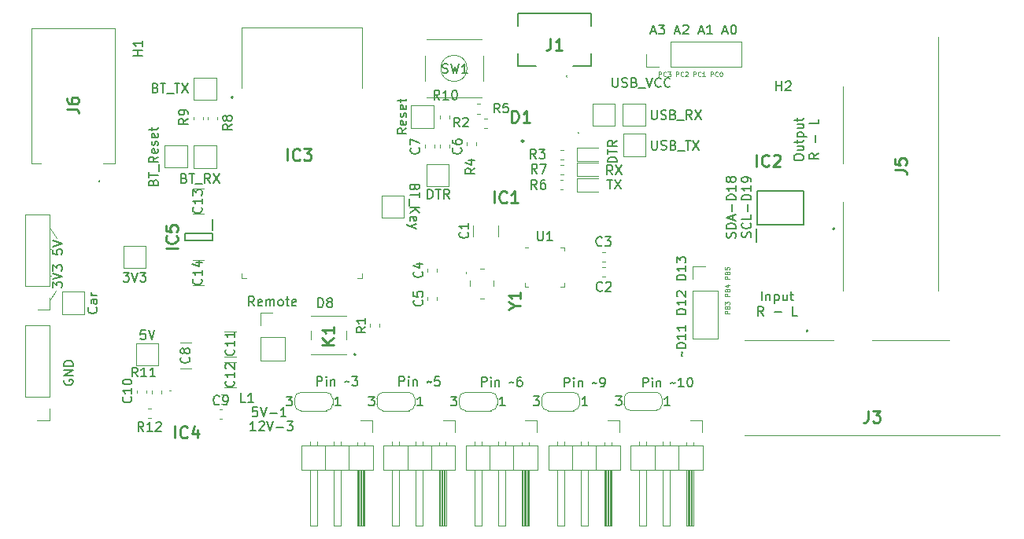
<source format=gbr>
%TF.GenerationSoftware,KiCad,Pcbnew,(5.1.6)-1*%
%TF.CreationDate,2021-08-26T22:57:43+02:00*%
%TF.ProjectId,Car LEDs,43617220-4c45-4447-932e-6b696361645f,rev?*%
%TF.SameCoordinates,Original*%
%TF.FileFunction,Legend,Top*%
%TF.FilePolarity,Positive*%
%FSLAX46Y46*%
G04 Gerber Fmt 4.6, Leading zero omitted, Abs format (unit mm)*
G04 Created by KiCad (PCBNEW (5.1.6)-1) date 2021-08-26 22:57:43*
%MOMM*%
%LPD*%
G01*
G04 APERTURE LIST*
%ADD10C,0.120000*%
%ADD11C,0.150000*%
%ADD12C,0.125000*%
%ADD13C,0.100000*%
%ADD14C,0.200000*%
%ADD15C,0.250000*%
%ADD16C,0.254000*%
G04 APERTURE END LIST*
D10*
X86380000Y-70100000D02*
X86520000Y-70100000D01*
X86370000Y-72670000D02*
X86960000Y-71740000D01*
X86370000Y-64980000D02*
X87050000Y-66010000D01*
X86340000Y-67230000D02*
X86520000Y-67230000D01*
D11*
X86652380Y-71383809D02*
X86652380Y-70764761D01*
X87033333Y-71098095D01*
X87033333Y-70955238D01*
X87080952Y-70860000D01*
X87128571Y-70812380D01*
X87223809Y-70764761D01*
X87461904Y-70764761D01*
X87557142Y-70812380D01*
X87604761Y-70860000D01*
X87652380Y-70955238D01*
X87652380Y-71240952D01*
X87604761Y-71336190D01*
X87557142Y-71383809D01*
X86652380Y-70479047D02*
X87652380Y-70145714D01*
X86652380Y-69812380D01*
X86652380Y-69574285D02*
X86652380Y-68955238D01*
X87033333Y-69288571D01*
X87033333Y-69145714D01*
X87080952Y-69050476D01*
X87128571Y-69002857D01*
X87223809Y-68955238D01*
X87461904Y-68955238D01*
X87557142Y-69002857D01*
X87604761Y-69050476D01*
X87652380Y-69145714D01*
X87652380Y-69431428D01*
X87604761Y-69526666D01*
X87557142Y-69574285D01*
X86652380Y-67288571D02*
X86652380Y-67764761D01*
X87128571Y-67812380D01*
X87080952Y-67764761D01*
X87033333Y-67669523D01*
X87033333Y-67431428D01*
X87080952Y-67336190D01*
X87128571Y-67288571D01*
X87223809Y-67240952D01*
X87461904Y-67240952D01*
X87557142Y-67288571D01*
X87604761Y-67336190D01*
X87652380Y-67431428D01*
X87652380Y-67669523D01*
X87604761Y-67764761D01*
X87557142Y-67812380D01*
X86652380Y-66955238D02*
X87652380Y-66621904D01*
X86652380Y-66288571D01*
X87890000Y-81331904D02*
X87842380Y-81427142D01*
X87842380Y-81570000D01*
X87890000Y-81712857D01*
X87985238Y-81808095D01*
X88080476Y-81855714D01*
X88270952Y-81903333D01*
X88413809Y-81903333D01*
X88604285Y-81855714D01*
X88699523Y-81808095D01*
X88794761Y-81712857D01*
X88842380Y-81570000D01*
X88842380Y-81474761D01*
X88794761Y-81331904D01*
X88747142Y-81284285D01*
X88413809Y-81284285D01*
X88413809Y-81474761D01*
X88842380Y-80855714D02*
X87842380Y-80855714D01*
X88842380Y-80284285D01*
X87842380Y-80284285D01*
X88842380Y-79808095D02*
X87842380Y-79808095D01*
X87842380Y-79570000D01*
X87890000Y-79427142D01*
X87985238Y-79331904D01*
X88080476Y-79284285D01*
X88270952Y-79236666D01*
X88413809Y-79236666D01*
X88604285Y-79284285D01*
X88699523Y-79331904D01*
X88794761Y-79427142D01*
X88842380Y-79570000D01*
X88842380Y-79808095D01*
X160069761Y-65995714D02*
X160117380Y-65852857D01*
X160117380Y-65614761D01*
X160069761Y-65519523D01*
X160022142Y-65471904D01*
X159926904Y-65424285D01*
X159831666Y-65424285D01*
X159736428Y-65471904D01*
X159688809Y-65519523D01*
X159641190Y-65614761D01*
X159593571Y-65805238D01*
X159545952Y-65900476D01*
X159498333Y-65948095D01*
X159403095Y-65995714D01*
X159307857Y-65995714D01*
X159212619Y-65948095D01*
X159165000Y-65900476D01*
X159117380Y-65805238D01*
X159117380Y-65567142D01*
X159165000Y-65424285D01*
X160117380Y-64995714D02*
X159117380Y-64995714D01*
X159117380Y-64757619D01*
X159165000Y-64614761D01*
X159260238Y-64519523D01*
X159355476Y-64471904D01*
X159545952Y-64424285D01*
X159688809Y-64424285D01*
X159879285Y-64471904D01*
X159974523Y-64519523D01*
X160069761Y-64614761D01*
X160117380Y-64757619D01*
X160117380Y-64995714D01*
X159831666Y-64043333D02*
X159831666Y-63567142D01*
X160117380Y-64138571D02*
X159117380Y-63805238D01*
X160117380Y-63471904D01*
X159736428Y-63138571D02*
X159736428Y-62376666D01*
X160117380Y-61900476D02*
X159117380Y-61900476D01*
X159117380Y-61662380D01*
X159165000Y-61519523D01*
X159260238Y-61424285D01*
X159355476Y-61376666D01*
X159545952Y-61329047D01*
X159688809Y-61329047D01*
X159879285Y-61376666D01*
X159974523Y-61424285D01*
X160069761Y-61519523D01*
X160117380Y-61662380D01*
X160117380Y-61900476D01*
X160117380Y-60376666D02*
X160117380Y-60948095D01*
X160117380Y-60662380D02*
X159117380Y-60662380D01*
X159260238Y-60757619D01*
X159355476Y-60852857D01*
X159403095Y-60948095D01*
X159545952Y-59805238D02*
X159498333Y-59900476D01*
X159450714Y-59948095D01*
X159355476Y-59995714D01*
X159307857Y-59995714D01*
X159212619Y-59948095D01*
X159165000Y-59900476D01*
X159117380Y-59805238D01*
X159117380Y-59614761D01*
X159165000Y-59519523D01*
X159212619Y-59471904D01*
X159307857Y-59424285D01*
X159355476Y-59424285D01*
X159450714Y-59471904D01*
X159498333Y-59519523D01*
X159545952Y-59614761D01*
X159545952Y-59805238D01*
X159593571Y-59900476D01*
X159641190Y-59948095D01*
X159736428Y-59995714D01*
X159926904Y-59995714D01*
X160022142Y-59948095D01*
X160069761Y-59900476D01*
X160117380Y-59805238D01*
X160117380Y-59614761D01*
X160069761Y-59519523D01*
X160022142Y-59471904D01*
X159926904Y-59424285D01*
X159736428Y-59424285D01*
X159641190Y-59471904D01*
X159593571Y-59519523D01*
X159545952Y-59614761D01*
X161719761Y-65971904D02*
X161767380Y-65829047D01*
X161767380Y-65590952D01*
X161719761Y-65495714D01*
X161672142Y-65448095D01*
X161576904Y-65400476D01*
X161481666Y-65400476D01*
X161386428Y-65448095D01*
X161338809Y-65495714D01*
X161291190Y-65590952D01*
X161243571Y-65781428D01*
X161195952Y-65876666D01*
X161148333Y-65924285D01*
X161053095Y-65971904D01*
X160957857Y-65971904D01*
X160862619Y-65924285D01*
X160815000Y-65876666D01*
X160767380Y-65781428D01*
X160767380Y-65543333D01*
X160815000Y-65400476D01*
X161672142Y-64400476D02*
X161719761Y-64448095D01*
X161767380Y-64590952D01*
X161767380Y-64686190D01*
X161719761Y-64829047D01*
X161624523Y-64924285D01*
X161529285Y-64971904D01*
X161338809Y-65019523D01*
X161195952Y-65019523D01*
X161005476Y-64971904D01*
X160910238Y-64924285D01*
X160815000Y-64829047D01*
X160767380Y-64686190D01*
X160767380Y-64590952D01*
X160815000Y-64448095D01*
X160862619Y-64400476D01*
X161767380Y-63495714D02*
X161767380Y-63971904D01*
X160767380Y-63971904D01*
X161386428Y-63162380D02*
X161386428Y-62400476D01*
X161767380Y-61924285D02*
X160767380Y-61924285D01*
X160767380Y-61686190D01*
X160815000Y-61543333D01*
X160910238Y-61448095D01*
X161005476Y-61400476D01*
X161195952Y-61352857D01*
X161338809Y-61352857D01*
X161529285Y-61400476D01*
X161624523Y-61448095D01*
X161719761Y-61543333D01*
X161767380Y-61686190D01*
X161767380Y-61924285D01*
X161767380Y-60400476D02*
X161767380Y-60971904D01*
X161767380Y-60686190D02*
X160767380Y-60686190D01*
X160910238Y-60781428D01*
X161005476Y-60876666D01*
X161053095Y-60971904D01*
X161767380Y-59924285D02*
X161767380Y-59733809D01*
X161719761Y-59638571D01*
X161672142Y-59590952D01*
X161529285Y-59495714D01*
X161338809Y-59448095D01*
X160957857Y-59448095D01*
X160862619Y-59495714D01*
X160815000Y-59543333D01*
X160767380Y-59638571D01*
X160767380Y-59829047D01*
X160815000Y-59924285D01*
X160862619Y-59971904D01*
X160957857Y-60019523D01*
X161195952Y-60019523D01*
X161291190Y-59971904D01*
X161338809Y-59924285D01*
X161386428Y-59829047D01*
X161386428Y-59638571D01*
X161338809Y-59543333D01*
X161291190Y-59495714D01*
X161195952Y-59448095D01*
X115201904Y-73502380D02*
X115201904Y-72502380D01*
X115440000Y-72502380D01*
X115582857Y-72550000D01*
X115678095Y-72645238D01*
X115725714Y-72740476D01*
X115773333Y-72930952D01*
X115773333Y-73073809D01*
X115725714Y-73264285D01*
X115678095Y-73359523D01*
X115582857Y-73454761D01*
X115440000Y-73502380D01*
X115201904Y-73502380D01*
X116344761Y-72930952D02*
X116249523Y-72883333D01*
X116201904Y-72835714D01*
X116154285Y-72740476D01*
X116154285Y-72692857D01*
X116201904Y-72597619D01*
X116249523Y-72550000D01*
X116344761Y-72502380D01*
X116535238Y-72502380D01*
X116630476Y-72550000D01*
X116678095Y-72597619D01*
X116725714Y-72692857D01*
X116725714Y-72740476D01*
X116678095Y-72835714D01*
X116630476Y-72883333D01*
X116535238Y-72930952D01*
X116344761Y-72930952D01*
X116249523Y-72978571D01*
X116201904Y-73026190D01*
X116154285Y-73121428D01*
X116154285Y-73311904D01*
X116201904Y-73407142D01*
X116249523Y-73454761D01*
X116344761Y-73502380D01*
X116535238Y-73502380D01*
X116630476Y-73454761D01*
X116678095Y-73407142D01*
X116725714Y-73311904D01*
X116725714Y-73121428D01*
X116678095Y-73026190D01*
X116630476Y-72978571D01*
X116535238Y-72930952D01*
X150137142Y-82072380D02*
X150137142Y-81072380D01*
X150518095Y-81072380D01*
X150613333Y-81120000D01*
X150660952Y-81167619D01*
X150708571Y-81262857D01*
X150708571Y-81405714D01*
X150660952Y-81500952D01*
X150613333Y-81548571D01*
X150518095Y-81596190D01*
X150137142Y-81596190D01*
X151137142Y-82072380D02*
X151137142Y-81405714D01*
X151137142Y-81072380D02*
X151089523Y-81120000D01*
X151137142Y-81167619D01*
X151184761Y-81120000D01*
X151137142Y-81072380D01*
X151137142Y-81167619D01*
X151613333Y-81405714D02*
X151613333Y-82072380D01*
X151613333Y-81500952D02*
X151660952Y-81453333D01*
X151756190Y-81405714D01*
X151899047Y-81405714D01*
X151994285Y-81453333D01*
X152041904Y-81548571D01*
X152041904Y-82072380D01*
X153137142Y-81691428D02*
X153184761Y-81643809D01*
X153280000Y-81596190D01*
X153470476Y-81691428D01*
X153565714Y-81643809D01*
X153613333Y-81596190D01*
X154518095Y-82072380D02*
X153946666Y-82072380D01*
X154232380Y-82072380D02*
X154232380Y-81072380D01*
X154137142Y-81215238D01*
X154041904Y-81310476D01*
X153946666Y-81358095D01*
X155137142Y-81072380D02*
X155232380Y-81072380D01*
X155327619Y-81120000D01*
X155375238Y-81167619D01*
X155422857Y-81262857D01*
X155470476Y-81453333D01*
X155470476Y-81691428D01*
X155422857Y-81881904D01*
X155375238Y-81977142D01*
X155327619Y-82024761D01*
X155232380Y-82072380D01*
X155137142Y-82072380D01*
X155041904Y-82024761D01*
X154994285Y-81977142D01*
X154946666Y-81881904D01*
X154899047Y-81691428D01*
X154899047Y-81453333D01*
X154946666Y-81262857D01*
X154994285Y-81167619D01*
X155041904Y-81120000D01*
X155137142Y-81072380D01*
X141693333Y-82072380D02*
X141693333Y-81072380D01*
X142074285Y-81072380D01*
X142169523Y-81120000D01*
X142217142Y-81167619D01*
X142264761Y-81262857D01*
X142264761Y-81405714D01*
X142217142Y-81500952D01*
X142169523Y-81548571D01*
X142074285Y-81596190D01*
X141693333Y-81596190D01*
X142693333Y-82072380D02*
X142693333Y-81405714D01*
X142693333Y-81072380D02*
X142645714Y-81120000D01*
X142693333Y-81167619D01*
X142740952Y-81120000D01*
X142693333Y-81072380D01*
X142693333Y-81167619D01*
X143169523Y-81405714D02*
X143169523Y-82072380D01*
X143169523Y-81500952D02*
X143217142Y-81453333D01*
X143312380Y-81405714D01*
X143455238Y-81405714D01*
X143550476Y-81453333D01*
X143598095Y-81548571D01*
X143598095Y-82072380D01*
X144693333Y-81691428D02*
X144740952Y-81643809D01*
X144836190Y-81596190D01*
X145026666Y-81691428D01*
X145121904Y-81643809D01*
X145169523Y-81596190D01*
X145598095Y-82072380D02*
X145788571Y-82072380D01*
X145883809Y-82024761D01*
X145931428Y-81977142D01*
X146026666Y-81834285D01*
X146074285Y-81643809D01*
X146074285Y-81262857D01*
X146026666Y-81167619D01*
X145979047Y-81120000D01*
X145883809Y-81072380D01*
X145693333Y-81072380D01*
X145598095Y-81120000D01*
X145550476Y-81167619D01*
X145502857Y-81262857D01*
X145502857Y-81500952D01*
X145550476Y-81596190D01*
X145598095Y-81643809D01*
X145693333Y-81691428D01*
X145883809Y-81691428D01*
X145979047Y-81643809D01*
X146026666Y-81596190D01*
X146074285Y-81500952D01*
X132773333Y-82012380D02*
X132773333Y-81012380D01*
X133154285Y-81012380D01*
X133249523Y-81060000D01*
X133297142Y-81107619D01*
X133344761Y-81202857D01*
X133344761Y-81345714D01*
X133297142Y-81440952D01*
X133249523Y-81488571D01*
X133154285Y-81536190D01*
X132773333Y-81536190D01*
X133773333Y-82012380D02*
X133773333Y-81345714D01*
X133773333Y-81012380D02*
X133725714Y-81060000D01*
X133773333Y-81107619D01*
X133820952Y-81060000D01*
X133773333Y-81012380D01*
X133773333Y-81107619D01*
X134249523Y-81345714D02*
X134249523Y-82012380D01*
X134249523Y-81440952D02*
X134297142Y-81393333D01*
X134392380Y-81345714D01*
X134535238Y-81345714D01*
X134630476Y-81393333D01*
X134678095Y-81488571D01*
X134678095Y-82012380D01*
X135773333Y-81631428D02*
X135820952Y-81583809D01*
X135916190Y-81536190D01*
X136106666Y-81631428D01*
X136201904Y-81583809D01*
X136249523Y-81536190D01*
X137059047Y-81012380D02*
X136868571Y-81012380D01*
X136773333Y-81060000D01*
X136725714Y-81107619D01*
X136630476Y-81250476D01*
X136582857Y-81440952D01*
X136582857Y-81821904D01*
X136630476Y-81917142D01*
X136678095Y-81964761D01*
X136773333Y-82012380D01*
X136963809Y-82012380D01*
X137059047Y-81964761D01*
X137106666Y-81917142D01*
X137154285Y-81821904D01*
X137154285Y-81583809D01*
X137106666Y-81488571D01*
X137059047Y-81440952D01*
X136963809Y-81393333D01*
X136773333Y-81393333D01*
X136678095Y-81440952D01*
X136630476Y-81488571D01*
X136582857Y-81583809D01*
X123923333Y-81962380D02*
X123923333Y-80962380D01*
X124304285Y-80962380D01*
X124399523Y-81010000D01*
X124447142Y-81057619D01*
X124494761Y-81152857D01*
X124494761Y-81295714D01*
X124447142Y-81390952D01*
X124399523Y-81438571D01*
X124304285Y-81486190D01*
X123923333Y-81486190D01*
X124923333Y-81962380D02*
X124923333Y-81295714D01*
X124923333Y-80962380D02*
X124875714Y-81010000D01*
X124923333Y-81057619D01*
X124970952Y-81010000D01*
X124923333Y-80962380D01*
X124923333Y-81057619D01*
X125399523Y-81295714D02*
X125399523Y-81962380D01*
X125399523Y-81390952D02*
X125447142Y-81343333D01*
X125542380Y-81295714D01*
X125685238Y-81295714D01*
X125780476Y-81343333D01*
X125828095Y-81438571D01*
X125828095Y-81962380D01*
X126923333Y-81581428D02*
X126970952Y-81533809D01*
X127066190Y-81486190D01*
X127256666Y-81581428D01*
X127351904Y-81533809D01*
X127399523Y-81486190D01*
X128256666Y-80962380D02*
X127780476Y-80962380D01*
X127732857Y-81438571D01*
X127780476Y-81390952D01*
X127875714Y-81343333D01*
X128113809Y-81343333D01*
X128209047Y-81390952D01*
X128256666Y-81438571D01*
X128304285Y-81533809D01*
X128304285Y-81771904D01*
X128256666Y-81867142D01*
X128209047Y-81914761D01*
X128113809Y-81962380D01*
X127875714Y-81962380D01*
X127780476Y-81914761D01*
X127732857Y-81867142D01*
X115073333Y-81942380D02*
X115073333Y-80942380D01*
X115454285Y-80942380D01*
X115549523Y-80990000D01*
X115597142Y-81037619D01*
X115644761Y-81132857D01*
X115644761Y-81275714D01*
X115597142Y-81370952D01*
X115549523Y-81418571D01*
X115454285Y-81466190D01*
X115073333Y-81466190D01*
X116073333Y-81942380D02*
X116073333Y-81275714D01*
X116073333Y-80942380D02*
X116025714Y-80990000D01*
X116073333Y-81037619D01*
X116120952Y-80990000D01*
X116073333Y-80942380D01*
X116073333Y-81037619D01*
X116549523Y-81275714D02*
X116549523Y-81942380D01*
X116549523Y-81370952D02*
X116597142Y-81323333D01*
X116692380Y-81275714D01*
X116835238Y-81275714D01*
X116930476Y-81323333D01*
X116978095Y-81418571D01*
X116978095Y-81942380D01*
X118073333Y-81561428D02*
X118120952Y-81513809D01*
X118216190Y-81466190D01*
X118406666Y-81561428D01*
X118501904Y-81513809D01*
X118549523Y-81466190D01*
X118835238Y-80942380D02*
X119454285Y-80942380D01*
X119120952Y-81323333D01*
X119263809Y-81323333D01*
X119359047Y-81370952D01*
X119406666Y-81418571D01*
X119454285Y-81513809D01*
X119454285Y-81751904D01*
X119406666Y-81847142D01*
X119359047Y-81894761D01*
X119263809Y-81942380D01*
X118978095Y-81942380D01*
X118882857Y-81894761D01*
X118835238Y-81847142D01*
X108654285Y-84272380D02*
X108178095Y-84272380D01*
X108130476Y-84748571D01*
X108178095Y-84700952D01*
X108273333Y-84653333D01*
X108511428Y-84653333D01*
X108606666Y-84700952D01*
X108654285Y-84748571D01*
X108701904Y-84843809D01*
X108701904Y-85081904D01*
X108654285Y-85177142D01*
X108606666Y-85224761D01*
X108511428Y-85272380D01*
X108273333Y-85272380D01*
X108178095Y-85224761D01*
X108130476Y-85177142D01*
X108987619Y-84272380D02*
X109320952Y-85272380D01*
X109654285Y-84272380D01*
X109987619Y-84891428D02*
X110749523Y-84891428D01*
X111749523Y-85272380D02*
X111178095Y-85272380D01*
X111463809Y-85272380D02*
X111463809Y-84272380D01*
X111368571Y-84415238D01*
X111273333Y-84510476D01*
X111178095Y-84558095D01*
X108465714Y-86782380D02*
X107894285Y-86782380D01*
X108180000Y-86782380D02*
X108180000Y-85782380D01*
X108084761Y-85925238D01*
X107989523Y-86020476D01*
X107894285Y-86068095D01*
X108846666Y-85877619D02*
X108894285Y-85830000D01*
X108989523Y-85782380D01*
X109227619Y-85782380D01*
X109322857Y-85830000D01*
X109370476Y-85877619D01*
X109418095Y-85972857D01*
X109418095Y-86068095D01*
X109370476Y-86210952D01*
X108799047Y-86782380D01*
X109418095Y-86782380D01*
X109703809Y-85782380D02*
X110037142Y-86782380D01*
X110370476Y-85782380D01*
X110703809Y-86401428D02*
X111465714Y-86401428D01*
X111846666Y-85782380D02*
X112465714Y-85782380D01*
X112132380Y-86163333D01*
X112275238Y-86163333D01*
X112370476Y-86210952D01*
X112418095Y-86258571D01*
X112465714Y-86353809D01*
X112465714Y-86591904D01*
X112418095Y-86687142D01*
X112370476Y-86734761D01*
X112275238Y-86782380D01*
X111989523Y-86782380D01*
X111894285Y-86734761D01*
X111846666Y-86687142D01*
X154381428Y-78750952D02*
X154333809Y-78703333D01*
X154286190Y-78608095D01*
X154381428Y-78417619D01*
X154333809Y-78322380D01*
X154286190Y-78274761D01*
X154762380Y-77893809D02*
X153762380Y-77893809D01*
X153762380Y-77655714D01*
X153810000Y-77512857D01*
X153905238Y-77417619D01*
X154000476Y-77370000D01*
X154190952Y-77322380D01*
X154333809Y-77322380D01*
X154524285Y-77370000D01*
X154619523Y-77417619D01*
X154714761Y-77512857D01*
X154762380Y-77655714D01*
X154762380Y-77893809D01*
X154762380Y-76370000D02*
X154762380Y-76941428D01*
X154762380Y-76655714D02*
X153762380Y-76655714D01*
X153905238Y-76750952D01*
X154000476Y-76846190D01*
X154048095Y-76941428D01*
X154762380Y-75417619D02*
X154762380Y-75989047D01*
X154762380Y-75703333D02*
X153762380Y-75703333D01*
X153905238Y-75798571D01*
X154000476Y-75893809D01*
X154048095Y-75989047D01*
X154762380Y-74227142D02*
X153762380Y-74227142D01*
X153762380Y-73989047D01*
X153810000Y-73846190D01*
X153905238Y-73750952D01*
X154000476Y-73703333D01*
X154190952Y-73655714D01*
X154333809Y-73655714D01*
X154524285Y-73703333D01*
X154619523Y-73750952D01*
X154714761Y-73846190D01*
X154762380Y-73989047D01*
X154762380Y-74227142D01*
X154762380Y-72703333D02*
X154762380Y-73274761D01*
X154762380Y-72989047D02*
X153762380Y-72989047D01*
X153905238Y-73084285D01*
X154000476Y-73179523D01*
X154048095Y-73274761D01*
X153857619Y-72322380D02*
X153810000Y-72274761D01*
X153762380Y-72179523D01*
X153762380Y-71941428D01*
X153810000Y-71846190D01*
X153857619Y-71798571D01*
X153952857Y-71750952D01*
X154048095Y-71750952D01*
X154190952Y-71798571D01*
X154762380Y-72370000D01*
X154762380Y-71750952D01*
X154762380Y-70560476D02*
X153762380Y-70560476D01*
X153762380Y-70322380D01*
X153810000Y-70179523D01*
X153905238Y-70084285D01*
X154000476Y-70036666D01*
X154190952Y-69989047D01*
X154333809Y-69989047D01*
X154524285Y-70036666D01*
X154619523Y-70084285D01*
X154714761Y-70179523D01*
X154762380Y-70322380D01*
X154762380Y-70560476D01*
X154762380Y-69036666D02*
X154762380Y-69608095D01*
X154762380Y-69322380D02*
X153762380Y-69322380D01*
X153905238Y-69417619D01*
X154000476Y-69512857D01*
X154048095Y-69608095D01*
X153762380Y-68703333D02*
X153762380Y-68084285D01*
X154143333Y-68417619D01*
X154143333Y-68274761D01*
X154190952Y-68179523D01*
X154238571Y-68131904D01*
X154333809Y-68084285D01*
X154571904Y-68084285D01*
X154667142Y-68131904D01*
X154714761Y-68179523D01*
X154762380Y-68274761D01*
X154762380Y-68560476D01*
X154714761Y-68655714D01*
X154667142Y-68703333D01*
D12*
X159456190Y-74156190D02*
X158956190Y-74156190D01*
X158956190Y-73965714D01*
X158980000Y-73918095D01*
X159003809Y-73894285D01*
X159051428Y-73870476D01*
X159122857Y-73870476D01*
X159170476Y-73894285D01*
X159194285Y-73918095D01*
X159218095Y-73965714D01*
X159218095Y-74156190D01*
X159194285Y-73489523D02*
X159218095Y-73418095D01*
X159241904Y-73394285D01*
X159289523Y-73370476D01*
X159360952Y-73370476D01*
X159408571Y-73394285D01*
X159432380Y-73418095D01*
X159456190Y-73465714D01*
X159456190Y-73656190D01*
X158956190Y-73656190D01*
X158956190Y-73489523D01*
X158980000Y-73441904D01*
X159003809Y-73418095D01*
X159051428Y-73394285D01*
X159099047Y-73394285D01*
X159146666Y-73418095D01*
X159170476Y-73441904D01*
X159194285Y-73489523D01*
X159194285Y-73656190D01*
X158956190Y-73203809D02*
X158956190Y-72894285D01*
X159146666Y-73060952D01*
X159146666Y-72989523D01*
X159170476Y-72941904D01*
X159194285Y-72918095D01*
X159241904Y-72894285D01*
X159360952Y-72894285D01*
X159408571Y-72918095D01*
X159432380Y-72941904D01*
X159456190Y-72989523D01*
X159456190Y-73132380D01*
X159432380Y-73180000D01*
X159408571Y-73203809D01*
X159456190Y-72299047D02*
X158956190Y-72299047D01*
X158956190Y-72108571D01*
X158980000Y-72060952D01*
X159003809Y-72037142D01*
X159051428Y-72013333D01*
X159122857Y-72013333D01*
X159170476Y-72037142D01*
X159194285Y-72060952D01*
X159218095Y-72108571D01*
X159218095Y-72299047D01*
X159194285Y-71632380D02*
X159218095Y-71560952D01*
X159241904Y-71537142D01*
X159289523Y-71513333D01*
X159360952Y-71513333D01*
X159408571Y-71537142D01*
X159432380Y-71560952D01*
X159456190Y-71608571D01*
X159456190Y-71799047D01*
X158956190Y-71799047D01*
X158956190Y-71632380D01*
X158980000Y-71584761D01*
X159003809Y-71560952D01*
X159051428Y-71537142D01*
X159099047Y-71537142D01*
X159146666Y-71560952D01*
X159170476Y-71584761D01*
X159194285Y-71632380D01*
X159194285Y-71799047D01*
X159122857Y-71084761D02*
X159456190Y-71084761D01*
X158932380Y-71203809D02*
X159289523Y-71322857D01*
X159289523Y-71013333D01*
X159456190Y-70441904D02*
X158956190Y-70441904D01*
X158956190Y-70251428D01*
X158980000Y-70203809D01*
X159003809Y-70180000D01*
X159051428Y-70156190D01*
X159122857Y-70156190D01*
X159170476Y-70180000D01*
X159194285Y-70203809D01*
X159218095Y-70251428D01*
X159218095Y-70441904D01*
X159194285Y-69775238D02*
X159218095Y-69703809D01*
X159241904Y-69680000D01*
X159289523Y-69656190D01*
X159360952Y-69656190D01*
X159408571Y-69680000D01*
X159432380Y-69703809D01*
X159456190Y-69751428D01*
X159456190Y-69941904D01*
X158956190Y-69941904D01*
X158956190Y-69775238D01*
X158980000Y-69727619D01*
X159003809Y-69703809D01*
X159051428Y-69680000D01*
X159099047Y-69680000D01*
X159146666Y-69703809D01*
X159170476Y-69727619D01*
X159194285Y-69775238D01*
X159194285Y-69941904D01*
X158956190Y-69203809D02*
X158956190Y-69441904D01*
X159194285Y-69465714D01*
X159170476Y-69441904D01*
X159146666Y-69394285D01*
X159146666Y-69275238D01*
X159170476Y-69227619D01*
X159194285Y-69203809D01*
X159241904Y-69180000D01*
X159360952Y-69180000D01*
X159408571Y-69203809D01*
X159432380Y-69227619D01*
X159456190Y-69275238D01*
X159456190Y-69394285D01*
X159432380Y-69441904D01*
X159408571Y-69465714D01*
D11*
X151018571Y-43776666D02*
X151494761Y-43776666D01*
X150923333Y-44062380D02*
X151256666Y-43062380D01*
X151590000Y-44062380D01*
X151828095Y-43062380D02*
X152447142Y-43062380D01*
X152113809Y-43443333D01*
X152256666Y-43443333D01*
X152351904Y-43490952D01*
X152399523Y-43538571D01*
X152447142Y-43633809D01*
X152447142Y-43871904D01*
X152399523Y-43967142D01*
X152351904Y-44014761D01*
X152256666Y-44062380D01*
X151970952Y-44062380D01*
X151875714Y-44014761D01*
X151828095Y-43967142D01*
X153590000Y-43776666D02*
X154066190Y-43776666D01*
X153494761Y-44062380D02*
X153828095Y-43062380D01*
X154161428Y-44062380D01*
X154447142Y-43157619D02*
X154494761Y-43110000D01*
X154590000Y-43062380D01*
X154828095Y-43062380D01*
X154923333Y-43110000D01*
X154970952Y-43157619D01*
X155018571Y-43252857D01*
X155018571Y-43348095D01*
X154970952Y-43490952D01*
X154399523Y-44062380D01*
X155018571Y-44062380D01*
X156161428Y-43776666D02*
X156637619Y-43776666D01*
X156066190Y-44062380D02*
X156399523Y-43062380D01*
X156732857Y-44062380D01*
X157590000Y-44062380D02*
X157018571Y-44062380D01*
X157304285Y-44062380D02*
X157304285Y-43062380D01*
X157209047Y-43205238D01*
X157113809Y-43300476D01*
X157018571Y-43348095D01*
X158732857Y-43776666D02*
X159209047Y-43776666D01*
X158637619Y-44062380D02*
X158970952Y-43062380D01*
X159304285Y-44062380D01*
X159828095Y-43062380D02*
X159923333Y-43062380D01*
X160018571Y-43110000D01*
X160066190Y-43157619D01*
X160113809Y-43252857D01*
X160161428Y-43443333D01*
X160161428Y-43681428D01*
X160113809Y-43871904D01*
X160066190Y-43967142D01*
X160018571Y-44014761D01*
X159923333Y-44062380D01*
X159828095Y-44062380D01*
X159732857Y-44014761D01*
X159685238Y-43967142D01*
X159637619Y-43871904D01*
X159590000Y-43681428D01*
X159590000Y-43443333D01*
X159637619Y-43252857D01*
X159685238Y-43157619D01*
X159732857Y-43110000D01*
X159828095Y-43062380D01*
D12*
X151845238Y-48616190D02*
X151845238Y-48116190D01*
X152035714Y-48116190D01*
X152083333Y-48140000D01*
X152107142Y-48163809D01*
X152130952Y-48211428D01*
X152130952Y-48282857D01*
X152107142Y-48330476D01*
X152083333Y-48354285D01*
X152035714Y-48378095D01*
X151845238Y-48378095D01*
X152630952Y-48568571D02*
X152607142Y-48592380D01*
X152535714Y-48616190D01*
X152488095Y-48616190D01*
X152416666Y-48592380D01*
X152369047Y-48544761D01*
X152345238Y-48497142D01*
X152321428Y-48401904D01*
X152321428Y-48330476D01*
X152345238Y-48235238D01*
X152369047Y-48187619D01*
X152416666Y-48140000D01*
X152488095Y-48116190D01*
X152535714Y-48116190D01*
X152607142Y-48140000D01*
X152630952Y-48163809D01*
X152797619Y-48116190D02*
X153107142Y-48116190D01*
X152940476Y-48306666D01*
X153011904Y-48306666D01*
X153059523Y-48330476D01*
X153083333Y-48354285D01*
X153107142Y-48401904D01*
X153107142Y-48520952D01*
X153083333Y-48568571D01*
X153059523Y-48592380D01*
X153011904Y-48616190D01*
X152869047Y-48616190D01*
X152821428Y-48592380D01*
X152797619Y-48568571D01*
X153702380Y-48616190D02*
X153702380Y-48116190D01*
X153892857Y-48116190D01*
X153940476Y-48140000D01*
X153964285Y-48163809D01*
X153988095Y-48211428D01*
X153988095Y-48282857D01*
X153964285Y-48330476D01*
X153940476Y-48354285D01*
X153892857Y-48378095D01*
X153702380Y-48378095D01*
X154488095Y-48568571D02*
X154464285Y-48592380D01*
X154392857Y-48616190D01*
X154345238Y-48616190D01*
X154273809Y-48592380D01*
X154226190Y-48544761D01*
X154202380Y-48497142D01*
X154178571Y-48401904D01*
X154178571Y-48330476D01*
X154202380Y-48235238D01*
X154226190Y-48187619D01*
X154273809Y-48140000D01*
X154345238Y-48116190D01*
X154392857Y-48116190D01*
X154464285Y-48140000D01*
X154488095Y-48163809D01*
X154678571Y-48163809D02*
X154702380Y-48140000D01*
X154750000Y-48116190D01*
X154869047Y-48116190D01*
X154916666Y-48140000D01*
X154940476Y-48163809D01*
X154964285Y-48211428D01*
X154964285Y-48259047D01*
X154940476Y-48330476D01*
X154654761Y-48616190D01*
X154964285Y-48616190D01*
X155559523Y-48616190D02*
X155559523Y-48116190D01*
X155750000Y-48116190D01*
X155797619Y-48140000D01*
X155821428Y-48163809D01*
X155845238Y-48211428D01*
X155845238Y-48282857D01*
X155821428Y-48330476D01*
X155797619Y-48354285D01*
X155750000Y-48378095D01*
X155559523Y-48378095D01*
X156345238Y-48568571D02*
X156321428Y-48592380D01*
X156250000Y-48616190D01*
X156202380Y-48616190D01*
X156130952Y-48592380D01*
X156083333Y-48544761D01*
X156059523Y-48497142D01*
X156035714Y-48401904D01*
X156035714Y-48330476D01*
X156059523Y-48235238D01*
X156083333Y-48187619D01*
X156130952Y-48140000D01*
X156202380Y-48116190D01*
X156250000Y-48116190D01*
X156321428Y-48140000D01*
X156345238Y-48163809D01*
X156821428Y-48616190D02*
X156535714Y-48616190D01*
X156678571Y-48616190D02*
X156678571Y-48116190D01*
X156630952Y-48187619D01*
X156583333Y-48235238D01*
X156535714Y-48259047D01*
X157416666Y-48616190D02*
X157416666Y-48116190D01*
X157607142Y-48116190D01*
X157654761Y-48140000D01*
X157678571Y-48163809D01*
X157702380Y-48211428D01*
X157702380Y-48282857D01*
X157678571Y-48330476D01*
X157654761Y-48354285D01*
X157607142Y-48378095D01*
X157416666Y-48378095D01*
X158202380Y-48568571D02*
X158178571Y-48592380D01*
X158107142Y-48616190D01*
X158059523Y-48616190D01*
X157988095Y-48592380D01*
X157940476Y-48544761D01*
X157916666Y-48497142D01*
X157892857Y-48401904D01*
X157892857Y-48330476D01*
X157916666Y-48235238D01*
X157940476Y-48187619D01*
X157988095Y-48140000D01*
X158059523Y-48116190D01*
X158107142Y-48116190D01*
X158178571Y-48140000D01*
X158202380Y-48163809D01*
X158511904Y-48116190D02*
X158559523Y-48116190D01*
X158607142Y-48140000D01*
X158630952Y-48163809D01*
X158654761Y-48211428D01*
X158678571Y-48306666D01*
X158678571Y-48425714D01*
X158654761Y-48520952D01*
X158630952Y-48568571D01*
X158607142Y-48592380D01*
X158559523Y-48616190D01*
X158511904Y-48616190D01*
X158464285Y-48592380D01*
X158440476Y-48568571D01*
X158416666Y-48520952D01*
X158392857Y-48425714D01*
X158392857Y-48306666D01*
X158416666Y-48211428D01*
X158440476Y-48163809D01*
X158464285Y-48140000D01*
X158511904Y-48116190D01*
D11*
X162907142Y-72767380D02*
X162907142Y-71767380D01*
X163383333Y-72100714D02*
X163383333Y-72767380D01*
X163383333Y-72195952D02*
X163430952Y-72148333D01*
X163526190Y-72100714D01*
X163669047Y-72100714D01*
X163764285Y-72148333D01*
X163811904Y-72243571D01*
X163811904Y-72767380D01*
X164288095Y-72100714D02*
X164288095Y-73100714D01*
X164288095Y-72148333D02*
X164383333Y-72100714D01*
X164573809Y-72100714D01*
X164669047Y-72148333D01*
X164716666Y-72195952D01*
X164764285Y-72291190D01*
X164764285Y-72576904D01*
X164716666Y-72672142D01*
X164669047Y-72719761D01*
X164573809Y-72767380D01*
X164383333Y-72767380D01*
X164288095Y-72719761D01*
X165621428Y-72100714D02*
X165621428Y-72767380D01*
X165192857Y-72100714D02*
X165192857Y-72624523D01*
X165240476Y-72719761D01*
X165335714Y-72767380D01*
X165478571Y-72767380D01*
X165573809Y-72719761D01*
X165621428Y-72672142D01*
X165954761Y-72100714D02*
X166335714Y-72100714D01*
X166097619Y-71767380D02*
X166097619Y-72624523D01*
X166145238Y-72719761D01*
X166240476Y-72767380D01*
X166335714Y-72767380D01*
X163073809Y-74417380D02*
X162740476Y-73941190D01*
X162502380Y-74417380D02*
X162502380Y-73417380D01*
X162883333Y-73417380D01*
X162978571Y-73465000D01*
X163026190Y-73512619D01*
X163073809Y-73607857D01*
X163073809Y-73750714D01*
X163026190Y-73845952D01*
X162978571Y-73893571D01*
X162883333Y-73941190D01*
X162502380Y-73941190D01*
X164264285Y-74036428D02*
X165026190Y-74036428D01*
X166740476Y-74417380D02*
X166264285Y-74417380D01*
X166264285Y-73417380D01*
X166387380Y-57443809D02*
X166387380Y-57253333D01*
X166435000Y-57158095D01*
X166530238Y-57062857D01*
X166720714Y-57015238D01*
X167054047Y-57015238D01*
X167244523Y-57062857D01*
X167339761Y-57158095D01*
X167387380Y-57253333D01*
X167387380Y-57443809D01*
X167339761Y-57539047D01*
X167244523Y-57634285D01*
X167054047Y-57681904D01*
X166720714Y-57681904D01*
X166530238Y-57634285D01*
X166435000Y-57539047D01*
X166387380Y-57443809D01*
X166720714Y-56158095D02*
X167387380Y-56158095D01*
X166720714Y-56586666D02*
X167244523Y-56586666D01*
X167339761Y-56539047D01*
X167387380Y-56443809D01*
X167387380Y-56300952D01*
X167339761Y-56205714D01*
X167292142Y-56158095D01*
X166720714Y-55824761D02*
X166720714Y-55443809D01*
X166387380Y-55681904D02*
X167244523Y-55681904D01*
X167339761Y-55634285D01*
X167387380Y-55539047D01*
X167387380Y-55443809D01*
X166720714Y-55110476D02*
X167720714Y-55110476D01*
X166768333Y-55110476D02*
X166720714Y-55015238D01*
X166720714Y-54824761D01*
X166768333Y-54729523D01*
X166815952Y-54681904D01*
X166911190Y-54634285D01*
X167196904Y-54634285D01*
X167292142Y-54681904D01*
X167339761Y-54729523D01*
X167387380Y-54824761D01*
X167387380Y-55015238D01*
X167339761Y-55110476D01*
X166720714Y-53777142D02*
X167387380Y-53777142D01*
X166720714Y-54205714D02*
X167244523Y-54205714D01*
X167339761Y-54158095D01*
X167387380Y-54062857D01*
X167387380Y-53920000D01*
X167339761Y-53824761D01*
X167292142Y-53777142D01*
X166720714Y-53443809D02*
X166720714Y-53062857D01*
X166387380Y-53300952D02*
X167244523Y-53300952D01*
X167339761Y-53253333D01*
X167387380Y-53158095D01*
X167387380Y-53062857D01*
X169037380Y-56896190D02*
X168561190Y-57229523D01*
X169037380Y-57467619D02*
X168037380Y-57467619D01*
X168037380Y-57086666D01*
X168085000Y-56991428D01*
X168132619Y-56943809D01*
X168227857Y-56896190D01*
X168370714Y-56896190D01*
X168465952Y-56943809D01*
X168513571Y-56991428D01*
X168561190Y-57086666D01*
X168561190Y-57467619D01*
X168656428Y-55705714D02*
X168656428Y-54943809D01*
X169037380Y-53229523D02*
X169037380Y-53705714D01*
X168037380Y-53705714D01*
X146868571Y-48772380D02*
X146868571Y-49581904D01*
X146916190Y-49677142D01*
X146963809Y-49724761D01*
X147059047Y-49772380D01*
X147249523Y-49772380D01*
X147344761Y-49724761D01*
X147392380Y-49677142D01*
X147440000Y-49581904D01*
X147440000Y-48772380D01*
X147868571Y-49724761D02*
X148011428Y-49772380D01*
X148249523Y-49772380D01*
X148344761Y-49724761D01*
X148392380Y-49677142D01*
X148440000Y-49581904D01*
X148440000Y-49486666D01*
X148392380Y-49391428D01*
X148344761Y-49343809D01*
X148249523Y-49296190D01*
X148059047Y-49248571D01*
X147963809Y-49200952D01*
X147916190Y-49153333D01*
X147868571Y-49058095D01*
X147868571Y-48962857D01*
X147916190Y-48867619D01*
X147963809Y-48820000D01*
X148059047Y-48772380D01*
X148297142Y-48772380D01*
X148440000Y-48820000D01*
X149201904Y-49248571D02*
X149344761Y-49296190D01*
X149392380Y-49343809D01*
X149440000Y-49439047D01*
X149440000Y-49581904D01*
X149392380Y-49677142D01*
X149344761Y-49724761D01*
X149249523Y-49772380D01*
X148868571Y-49772380D01*
X148868571Y-48772380D01*
X149201904Y-48772380D01*
X149297142Y-48820000D01*
X149344761Y-48867619D01*
X149392380Y-48962857D01*
X149392380Y-49058095D01*
X149344761Y-49153333D01*
X149297142Y-49200952D01*
X149201904Y-49248571D01*
X148868571Y-49248571D01*
X149630476Y-49867619D02*
X150392380Y-49867619D01*
X150487619Y-48772380D02*
X150820952Y-49772380D01*
X151154285Y-48772380D01*
X152059047Y-49677142D02*
X152011428Y-49724761D01*
X151868571Y-49772380D01*
X151773333Y-49772380D01*
X151630476Y-49724761D01*
X151535238Y-49629523D01*
X151487619Y-49534285D01*
X151440000Y-49343809D01*
X151440000Y-49200952D01*
X151487619Y-49010476D01*
X151535238Y-48915238D01*
X151630476Y-48820000D01*
X151773333Y-48772380D01*
X151868571Y-48772380D01*
X152011428Y-48820000D01*
X152059047Y-48867619D01*
X153059047Y-49677142D02*
X153011428Y-49724761D01*
X152868571Y-49772380D01*
X152773333Y-49772380D01*
X152630476Y-49724761D01*
X152535238Y-49629523D01*
X152487619Y-49534285D01*
X152440000Y-49343809D01*
X152440000Y-49200952D01*
X152487619Y-49010476D01*
X152535238Y-48915238D01*
X152630476Y-48820000D01*
X152773333Y-48772380D01*
X152868571Y-48772380D01*
X153011428Y-48820000D01*
X153059047Y-48867619D01*
X151060952Y-52232380D02*
X151060952Y-53041904D01*
X151108571Y-53137142D01*
X151156190Y-53184761D01*
X151251428Y-53232380D01*
X151441904Y-53232380D01*
X151537142Y-53184761D01*
X151584761Y-53137142D01*
X151632380Y-53041904D01*
X151632380Y-52232380D01*
X152060952Y-53184761D02*
X152203809Y-53232380D01*
X152441904Y-53232380D01*
X152537142Y-53184761D01*
X152584761Y-53137142D01*
X152632380Y-53041904D01*
X152632380Y-52946666D01*
X152584761Y-52851428D01*
X152537142Y-52803809D01*
X152441904Y-52756190D01*
X152251428Y-52708571D01*
X152156190Y-52660952D01*
X152108571Y-52613333D01*
X152060952Y-52518095D01*
X152060952Y-52422857D01*
X152108571Y-52327619D01*
X152156190Y-52280000D01*
X152251428Y-52232380D01*
X152489523Y-52232380D01*
X152632380Y-52280000D01*
X153394285Y-52708571D02*
X153537142Y-52756190D01*
X153584761Y-52803809D01*
X153632380Y-52899047D01*
X153632380Y-53041904D01*
X153584761Y-53137142D01*
X153537142Y-53184761D01*
X153441904Y-53232380D01*
X153060952Y-53232380D01*
X153060952Y-52232380D01*
X153394285Y-52232380D01*
X153489523Y-52280000D01*
X153537142Y-52327619D01*
X153584761Y-52422857D01*
X153584761Y-52518095D01*
X153537142Y-52613333D01*
X153489523Y-52660952D01*
X153394285Y-52708571D01*
X153060952Y-52708571D01*
X153822857Y-53327619D02*
X154584761Y-53327619D01*
X155394285Y-53232380D02*
X155060952Y-52756190D01*
X154822857Y-53232380D02*
X154822857Y-52232380D01*
X155203809Y-52232380D01*
X155299047Y-52280000D01*
X155346666Y-52327619D01*
X155394285Y-52422857D01*
X155394285Y-52565714D01*
X155346666Y-52660952D01*
X155299047Y-52708571D01*
X155203809Y-52756190D01*
X154822857Y-52756190D01*
X155727619Y-52232380D02*
X156394285Y-53232380D01*
X156394285Y-52232380D02*
X155727619Y-53232380D01*
X151090000Y-55532380D02*
X151090000Y-56341904D01*
X151137619Y-56437142D01*
X151185238Y-56484761D01*
X151280476Y-56532380D01*
X151470952Y-56532380D01*
X151566190Y-56484761D01*
X151613809Y-56437142D01*
X151661428Y-56341904D01*
X151661428Y-55532380D01*
X152090000Y-56484761D02*
X152232857Y-56532380D01*
X152470952Y-56532380D01*
X152566190Y-56484761D01*
X152613809Y-56437142D01*
X152661428Y-56341904D01*
X152661428Y-56246666D01*
X152613809Y-56151428D01*
X152566190Y-56103809D01*
X152470952Y-56056190D01*
X152280476Y-56008571D01*
X152185238Y-55960952D01*
X152137619Y-55913333D01*
X152090000Y-55818095D01*
X152090000Y-55722857D01*
X152137619Y-55627619D01*
X152185238Y-55580000D01*
X152280476Y-55532380D01*
X152518571Y-55532380D01*
X152661428Y-55580000D01*
X153423333Y-56008571D02*
X153566190Y-56056190D01*
X153613809Y-56103809D01*
X153661428Y-56199047D01*
X153661428Y-56341904D01*
X153613809Y-56437142D01*
X153566190Y-56484761D01*
X153470952Y-56532380D01*
X153090000Y-56532380D01*
X153090000Y-55532380D01*
X153423333Y-55532380D01*
X153518571Y-55580000D01*
X153566190Y-55627619D01*
X153613809Y-55722857D01*
X153613809Y-55818095D01*
X153566190Y-55913333D01*
X153518571Y-55960952D01*
X153423333Y-56008571D01*
X153090000Y-56008571D01*
X153851904Y-56627619D02*
X154613809Y-56627619D01*
X154709047Y-55532380D02*
X155280476Y-55532380D01*
X154994761Y-56532380D02*
X154994761Y-55532380D01*
X155518571Y-55532380D02*
X156185238Y-56532380D01*
X156185238Y-55532380D02*
X155518571Y-56532380D01*
X124702380Y-54208095D02*
X124226190Y-54541428D01*
X124702380Y-54779523D02*
X123702380Y-54779523D01*
X123702380Y-54398571D01*
X123750000Y-54303333D01*
X123797619Y-54255714D01*
X123892857Y-54208095D01*
X124035714Y-54208095D01*
X124130952Y-54255714D01*
X124178571Y-54303333D01*
X124226190Y-54398571D01*
X124226190Y-54779523D01*
X124654761Y-53398571D02*
X124702380Y-53493809D01*
X124702380Y-53684285D01*
X124654761Y-53779523D01*
X124559523Y-53827142D01*
X124178571Y-53827142D01*
X124083333Y-53779523D01*
X124035714Y-53684285D01*
X124035714Y-53493809D01*
X124083333Y-53398571D01*
X124178571Y-53350952D01*
X124273809Y-53350952D01*
X124369047Y-53827142D01*
X124654761Y-52970000D02*
X124702380Y-52874761D01*
X124702380Y-52684285D01*
X124654761Y-52589047D01*
X124559523Y-52541428D01*
X124511904Y-52541428D01*
X124416666Y-52589047D01*
X124369047Y-52684285D01*
X124369047Y-52827142D01*
X124321428Y-52922380D01*
X124226190Y-52970000D01*
X124178571Y-52970000D01*
X124083333Y-52922380D01*
X124035714Y-52827142D01*
X124035714Y-52684285D01*
X124083333Y-52589047D01*
X124654761Y-51731904D02*
X124702380Y-51827142D01*
X124702380Y-52017619D01*
X124654761Y-52112857D01*
X124559523Y-52160476D01*
X124178571Y-52160476D01*
X124083333Y-52112857D01*
X124035714Y-52017619D01*
X124035714Y-51827142D01*
X124083333Y-51731904D01*
X124178571Y-51684285D01*
X124273809Y-51684285D01*
X124369047Y-52160476D01*
X124035714Y-51398571D02*
X124035714Y-51017619D01*
X123702380Y-51255714D02*
X124559523Y-51255714D01*
X124654761Y-51208095D01*
X124702380Y-51112857D01*
X124702380Y-51017619D01*
X126977142Y-61802380D02*
X126977142Y-60802380D01*
X127215238Y-60802380D01*
X127358095Y-60850000D01*
X127453333Y-60945238D01*
X127500952Y-61040476D01*
X127548571Y-61230952D01*
X127548571Y-61373809D01*
X127500952Y-61564285D01*
X127453333Y-61659523D01*
X127358095Y-61754761D01*
X127215238Y-61802380D01*
X126977142Y-61802380D01*
X127834285Y-60802380D02*
X128405714Y-60802380D01*
X128120000Y-61802380D02*
X128120000Y-60802380D01*
X129310476Y-61802380D02*
X128977142Y-61326190D01*
X128739047Y-61802380D02*
X128739047Y-60802380D01*
X129120000Y-60802380D01*
X129215238Y-60850000D01*
X129262857Y-60897619D01*
X129310476Y-60992857D01*
X129310476Y-61135714D01*
X129262857Y-61230952D01*
X129215238Y-61278571D01*
X129120000Y-61326190D01*
X128739047Y-61326190D01*
X125591428Y-60580000D02*
X125543809Y-60722857D01*
X125496190Y-60770476D01*
X125400952Y-60818095D01*
X125258095Y-60818095D01*
X125162857Y-60770476D01*
X125115238Y-60722857D01*
X125067619Y-60627619D01*
X125067619Y-60246666D01*
X126067619Y-60246666D01*
X126067619Y-60580000D01*
X126020000Y-60675238D01*
X125972380Y-60722857D01*
X125877142Y-60770476D01*
X125781904Y-60770476D01*
X125686666Y-60722857D01*
X125639047Y-60675238D01*
X125591428Y-60580000D01*
X125591428Y-60246666D01*
X126067619Y-61103809D02*
X126067619Y-61675238D01*
X125067619Y-61389523D02*
X126067619Y-61389523D01*
X124972380Y-61770476D02*
X124972380Y-62532380D01*
X125067619Y-62770476D02*
X126067619Y-62770476D01*
X125067619Y-63341904D02*
X125639047Y-62913333D01*
X126067619Y-63341904D02*
X125496190Y-62770476D01*
X125115238Y-64151428D02*
X125067619Y-64056190D01*
X125067619Y-63865714D01*
X125115238Y-63770476D01*
X125210476Y-63722857D01*
X125591428Y-63722857D01*
X125686666Y-63770476D01*
X125734285Y-63865714D01*
X125734285Y-64056190D01*
X125686666Y-64151428D01*
X125591428Y-64199047D01*
X125496190Y-64199047D01*
X125400952Y-63722857D01*
X125734285Y-64532380D02*
X125067619Y-64770476D01*
X125734285Y-65008571D02*
X125067619Y-64770476D01*
X124829523Y-64675238D01*
X124781904Y-64627619D01*
X124734285Y-64532380D01*
X108327619Y-73332380D02*
X107994285Y-72856190D01*
X107756190Y-73332380D02*
X107756190Y-72332380D01*
X108137142Y-72332380D01*
X108232380Y-72380000D01*
X108280000Y-72427619D01*
X108327619Y-72522857D01*
X108327619Y-72665714D01*
X108280000Y-72760952D01*
X108232380Y-72808571D01*
X108137142Y-72856190D01*
X107756190Y-72856190D01*
X109137142Y-73284761D02*
X109041904Y-73332380D01*
X108851428Y-73332380D01*
X108756190Y-73284761D01*
X108708571Y-73189523D01*
X108708571Y-72808571D01*
X108756190Y-72713333D01*
X108851428Y-72665714D01*
X109041904Y-72665714D01*
X109137142Y-72713333D01*
X109184761Y-72808571D01*
X109184761Y-72903809D01*
X108708571Y-72999047D01*
X109613333Y-73332380D02*
X109613333Y-72665714D01*
X109613333Y-72760952D02*
X109660952Y-72713333D01*
X109756190Y-72665714D01*
X109899047Y-72665714D01*
X109994285Y-72713333D01*
X110041904Y-72808571D01*
X110041904Y-73332380D01*
X110041904Y-72808571D02*
X110089523Y-72713333D01*
X110184761Y-72665714D01*
X110327619Y-72665714D01*
X110422857Y-72713333D01*
X110470476Y-72808571D01*
X110470476Y-73332380D01*
X111089523Y-73332380D02*
X110994285Y-73284761D01*
X110946666Y-73237142D01*
X110899047Y-73141904D01*
X110899047Y-72856190D01*
X110946666Y-72760952D01*
X110994285Y-72713333D01*
X111089523Y-72665714D01*
X111232380Y-72665714D01*
X111327619Y-72713333D01*
X111375238Y-72760952D01*
X111422857Y-72856190D01*
X111422857Y-73141904D01*
X111375238Y-73237142D01*
X111327619Y-73284761D01*
X111232380Y-73332380D01*
X111089523Y-73332380D01*
X111708571Y-72665714D02*
X112089523Y-72665714D01*
X111851428Y-72332380D02*
X111851428Y-73189523D01*
X111899047Y-73284761D01*
X111994285Y-73332380D01*
X112089523Y-73332380D01*
X112803809Y-73284761D02*
X112708571Y-73332380D01*
X112518095Y-73332380D01*
X112422857Y-73284761D01*
X112375238Y-73189523D01*
X112375238Y-72808571D01*
X112422857Y-72713333D01*
X112518095Y-72665714D01*
X112708571Y-72665714D01*
X112803809Y-72713333D01*
X112851428Y-72808571D01*
X112851428Y-72903809D01*
X112375238Y-72999047D01*
X96609523Y-75962380D02*
X96133333Y-75962380D01*
X96085714Y-76438571D01*
X96133333Y-76390952D01*
X96228571Y-76343333D01*
X96466666Y-76343333D01*
X96561904Y-76390952D01*
X96609523Y-76438571D01*
X96657142Y-76533809D01*
X96657142Y-76771904D01*
X96609523Y-76867142D01*
X96561904Y-76914761D01*
X96466666Y-76962380D01*
X96228571Y-76962380D01*
X96133333Y-76914761D01*
X96085714Y-76867142D01*
X96942857Y-75962380D02*
X97276190Y-76962380D01*
X97609523Y-75962380D01*
X91327142Y-73522380D02*
X91374761Y-73570000D01*
X91422380Y-73712857D01*
X91422380Y-73808095D01*
X91374761Y-73950952D01*
X91279523Y-74046190D01*
X91184285Y-74093809D01*
X90993809Y-74141428D01*
X90850952Y-74141428D01*
X90660476Y-74093809D01*
X90565238Y-74046190D01*
X90470000Y-73950952D01*
X90422380Y-73808095D01*
X90422380Y-73712857D01*
X90470000Y-73570000D01*
X90517619Y-73522380D01*
X91422380Y-72665238D02*
X90898571Y-72665238D01*
X90803333Y-72712857D01*
X90755714Y-72808095D01*
X90755714Y-72998571D01*
X90803333Y-73093809D01*
X91374761Y-72665238D02*
X91422380Y-72760476D01*
X91422380Y-72998571D01*
X91374761Y-73093809D01*
X91279523Y-73141428D01*
X91184285Y-73141428D01*
X91089047Y-73093809D01*
X91041428Y-72998571D01*
X91041428Y-72760476D01*
X90993809Y-72665238D01*
X91422380Y-72189047D02*
X90755714Y-72189047D01*
X90946190Y-72189047D02*
X90850952Y-72141428D01*
X90803333Y-72093809D01*
X90755714Y-71998571D01*
X90755714Y-71903333D01*
X94231904Y-69742380D02*
X94850952Y-69742380D01*
X94517619Y-70123333D01*
X94660476Y-70123333D01*
X94755714Y-70170952D01*
X94803333Y-70218571D01*
X94850952Y-70313809D01*
X94850952Y-70551904D01*
X94803333Y-70647142D01*
X94755714Y-70694761D01*
X94660476Y-70742380D01*
X94374761Y-70742380D01*
X94279523Y-70694761D01*
X94231904Y-70647142D01*
X95136666Y-69742380D02*
X95470000Y-70742380D01*
X95803333Y-69742380D01*
X96041428Y-69742380D02*
X96660476Y-69742380D01*
X96327142Y-70123333D01*
X96470000Y-70123333D01*
X96565238Y-70170952D01*
X96612857Y-70218571D01*
X96660476Y-70313809D01*
X96660476Y-70551904D01*
X96612857Y-70647142D01*
X96565238Y-70694761D01*
X96470000Y-70742380D01*
X96184285Y-70742380D01*
X96089047Y-70694761D01*
X96041428Y-70647142D01*
X97448571Y-60038095D02*
X97496190Y-59895238D01*
X97543809Y-59847619D01*
X97639047Y-59800000D01*
X97781904Y-59800000D01*
X97877142Y-59847619D01*
X97924761Y-59895238D01*
X97972380Y-59990476D01*
X97972380Y-60371428D01*
X96972380Y-60371428D01*
X96972380Y-60038095D01*
X97020000Y-59942857D01*
X97067619Y-59895238D01*
X97162857Y-59847619D01*
X97258095Y-59847619D01*
X97353333Y-59895238D01*
X97400952Y-59942857D01*
X97448571Y-60038095D01*
X97448571Y-60371428D01*
X96972380Y-59514285D02*
X96972380Y-58942857D01*
X97972380Y-59228571D02*
X96972380Y-59228571D01*
X98067619Y-58847619D02*
X98067619Y-58085714D01*
X97972380Y-57276190D02*
X97496190Y-57609523D01*
X97972380Y-57847619D02*
X96972380Y-57847619D01*
X96972380Y-57466666D01*
X97020000Y-57371428D01*
X97067619Y-57323809D01*
X97162857Y-57276190D01*
X97305714Y-57276190D01*
X97400952Y-57323809D01*
X97448571Y-57371428D01*
X97496190Y-57466666D01*
X97496190Y-57847619D01*
X97924761Y-56466666D02*
X97972380Y-56561904D01*
X97972380Y-56752380D01*
X97924761Y-56847619D01*
X97829523Y-56895238D01*
X97448571Y-56895238D01*
X97353333Y-56847619D01*
X97305714Y-56752380D01*
X97305714Y-56561904D01*
X97353333Y-56466666D01*
X97448571Y-56419047D01*
X97543809Y-56419047D01*
X97639047Y-56895238D01*
X97924761Y-56038095D02*
X97972380Y-55942857D01*
X97972380Y-55752380D01*
X97924761Y-55657142D01*
X97829523Y-55609523D01*
X97781904Y-55609523D01*
X97686666Y-55657142D01*
X97639047Y-55752380D01*
X97639047Y-55895238D01*
X97591428Y-55990476D01*
X97496190Y-56038095D01*
X97448571Y-56038095D01*
X97353333Y-55990476D01*
X97305714Y-55895238D01*
X97305714Y-55752380D01*
X97353333Y-55657142D01*
X97924761Y-54800000D02*
X97972380Y-54895238D01*
X97972380Y-55085714D01*
X97924761Y-55180952D01*
X97829523Y-55228571D01*
X97448571Y-55228571D01*
X97353333Y-55180952D01*
X97305714Y-55085714D01*
X97305714Y-54895238D01*
X97353333Y-54800000D01*
X97448571Y-54752380D01*
X97543809Y-54752380D01*
X97639047Y-55228571D01*
X97305714Y-54466666D02*
X97305714Y-54085714D01*
X96972380Y-54323809D02*
X97829523Y-54323809D01*
X97924761Y-54276190D01*
X97972380Y-54180952D01*
X97972380Y-54085714D01*
X100803333Y-59578571D02*
X100946190Y-59626190D01*
X100993809Y-59673809D01*
X101041428Y-59769047D01*
X101041428Y-59911904D01*
X100993809Y-60007142D01*
X100946190Y-60054761D01*
X100850952Y-60102380D01*
X100470000Y-60102380D01*
X100470000Y-59102380D01*
X100803333Y-59102380D01*
X100898571Y-59150000D01*
X100946190Y-59197619D01*
X100993809Y-59292857D01*
X100993809Y-59388095D01*
X100946190Y-59483333D01*
X100898571Y-59530952D01*
X100803333Y-59578571D01*
X100470000Y-59578571D01*
X101327142Y-59102380D02*
X101898571Y-59102380D01*
X101612857Y-60102380D02*
X101612857Y-59102380D01*
X101993809Y-60197619D02*
X102755714Y-60197619D01*
X103565238Y-60102380D02*
X103231904Y-59626190D01*
X102993809Y-60102380D02*
X102993809Y-59102380D01*
X103374761Y-59102380D01*
X103470000Y-59150000D01*
X103517619Y-59197619D01*
X103565238Y-59292857D01*
X103565238Y-59435714D01*
X103517619Y-59530952D01*
X103470000Y-59578571D01*
X103374761Y-59626190D01*
X102993809Y-59626190D01*
X103898571Y-59102380D02*
X104565238Y-60102380D01*
X104565238Y-59102380D02*
X103898571Y-60102380D01*
X97692380Y-49838571D02*
X97835238Y-49886190D01*
X97882857Y-49933809D01*
X97930476Y-50029047D01*
X97930476Y-50171904D01*
X97882857Y-50267142D01*
X97835238Y-50314761D01*
X97740000Y-50362380D01*
X97359047Y-50362380D01*
X97359047Y-49362380D01*
X97692380Y-49362380D01*
X97787619Y-49410000D01*
X97835238Y-49457619D01*
X97882857Y-49552857D01*
X97882857Y-49648095D01*
X97835238Y-49743333D01*
X97787619Y-49790952D01*
X97692380Y-49838571D01*
X97359047Y-49838571D01*
X98216190Y-49362380D02*
X98787619Y-49362380D01*
X98501904Y-50362380D02*
X98501904Y-49362380D01*
X98882857Y-50457619D02*
X99644761Y-50457619D01*
X99740000Y-49362380D02*
X100311428Y-49362380D01*
X100025714Y-50362380D02*
X100025714Y-49362380D01*
X100549523Y-49362380D02*
X101216190Y-50362380D01*
X101216190Y-49362380D02*
X100549523Y-50362380D01*
D10*
%TO.C,U1*%
X141295000Y-67050000D02*
X141670000Y-67050000D01*
X141670000Y-67050000D02*
X141670000Y-67425000D01*
X137825000Y-71270000D02*
X137450000Y-71270000D01*
X137450000Y-71270000D02*
X137450000Y-70895000D01*
X141295000Y-71270000D02*
X141670000Y-71270000D01*
X141670000Y-71270000D02*
X141670000Y-70895000D01*
X137825000Y-67050000D02*
X137450000Y-67050000D01*
D13*
%TO.C,IC4*%
X99330000Y-82495000D02*
X99330000Y-82495000D01*
X99230000Y-82495000D02*
X99230000Y-82495000D01*
X99330000Y-82495000D02*
X99330000Y-82495000D01*
X99230000Y-82495000D02*
G75*
G02*
X99330000Y-82495000I50000J0D01*
G01*
X99330000Y-82495000D02*
G75*
G02*
X99230000Y-82495000I-50000J0D01*
G01*
X99230000Y-82495000D02*
G75*
G02*
X99330000Y-82495000I50000J0D01*
G01*
D14*
%TO.C,IC2*%
X162375000Y-66465000D02*
X162375000Y-64990000D01*
X167400000Y-64640000D02*
X162400000Y-64640000D01*
X167400000Y-60940000D02*
X167400000Y-64640000D01*
X162400000Y-60940000D02*
X167400000Y-60940000D01*
X162400000Y-64640000D02*
X162400000Y-60940000D01*
D10*
%TO.C,TP13*%
X101844200Y-58467400D02*
X101844200Y-56067400D01*
X104244200Y-58467400D02*
X101844200Y-58467400D01*
X104244200Y-56067400D02*
X104244200Y-58467400D01*
X101844200Y-56067400D02*
X104244200Y-56067400D01*
%TO.C,TP12*%
X101844200Y-51152200D02*
X101844200Y-48752200D01*
X104244200Y-51152200D02*
X101844200Y-51152200D01*
X104244200Y-48752200D02*
X104244200Y-51152200D01*
X101844200Y-48752200D02*
X104244200Y-48752200D01*
D13*
%TO.C,Y1*%
X131105000Y-69820000D02*
X131105000Y-69820000D01*
X131105000Y-69720000D02*
X131105000Y-69720000D01*
X134055000Y-70620000D02*
X134055000Y-71220000D01*
X132605000Y-72520000D02*
X133005000Y-72520000D01*
X131555000Y-70620000D02*
X131555000Y-71220000D01*
X133005000Y-69320000D02*
X132605000Y-69320000D01*
X131105000Y-69720000D02*
G75*
G03*
X131105000Y-69820000I0J-50000D01*
G01*
X131105000Y-69820000D02*
G75*
G03*
X131105000Y-69720000I0J50000D01*
G01*
D10*
%TO.C,J11*%
X156550000Y-88350000D02*
X148810000Y-88350000D01*
X148810000Y-88350000D02*
X148810000Y-91010000D01*
X148810000Y-91010000D02*
X156550000Y-91010000D01*
X156550000Y-91010000D02*
X156550000Y-88350000D01*
X155600000Y-91010000D02*
X155600000Y-97010000D01*
X155600000Y-97010000D02*
X154840000Y-97010000D01*
X154840000Y-97010000D02*
X154840000Y-91010000D01*
X155540000Y-91010000D02*
X155540000Y-97010000D01*
X155420000Y-91010000D02*
X155420000Y-97010000D01*
X155300000Y-91010000D02*
X155300000Y-97010000D01*
X155180000Y-91010000D02*
X155180000Y-97010000D01*
X155060000Y-91010000D02*
X155060000Y-97010000D01*
X154940000Y-91010000D02*
X154940000Y-97010000D01*
X155600000Y-88020000D02*
X155600000Y-88350000D01*
X154840000Y-88020000D02*
X154840000Y-88350000D01*
X153950000Y-88350000D02*
X153950000Y-91010000D01*
X153060000Y-91010000D02*
X153060000Y-97010000D01*
X153060000Y-97010000D02*
X152300000Y-97010000D01*
X152300000Y-97010000D02*
X152300000Y-91010000D01*
X153060000Y-87952929D02*
X153060000Y-88350000D01*
X152300000Y-87952929D02*
X152300000Y-88350000D01*
X151410000Y-88350000D02*
X151410000Y-91010000D01*
X150520000Y-91010000D02*
X150520000Y-97010000D01*
X150520000Y-97010000D02*
X149760000Y-97010000D01*
X149760000Y-97010000D02*
X149760000Y-91010000D01*
X150520000Y-87952929D02*
X150520000Y-88350000D01*
X149760000Y-87952929D02*
X149760000Y-88350000D01*
X155220000Y-85640000D02*
X156490000Y-85640000D01*
X156490000Y-85640000D02*
X156490000Y-86910000D01*
%TO.C,J10*%
X147690000Y-88350000D02*
X139950000Y-88350000D01*
X139950000Y-88350000D02*
X139950000Y-91010000D01*
X139950000Y-91010000D02*
X147690000Y-91010000D01*
X147690000Y-91010000D02*
X147690000Y-88350000D01*
X146740000Y-91010000D02*
X146740000Y-97010000D01*
X146740000Y-97010000D02*
X145980000Y-97010000D01*
X145980000Y-97010000D02*
X145980000Y-91010000D01*
X146680000Y-91010000D02*
X146680000Y-97010000D01*
X146560000Y-91010000D02*
X146560000Y-97010000D01*
X146440000Y-91010000D02*
X146440000Y-97010000D01*
X146320000Y-91010000D02*
X146320000Y-97010000D01*
X146200000Y-91010000D02*
X146200000Y-97010000D01*
X146080000Y-91010000D02*
X146080000Y-97010000D01*
X146740000Y-88020000D02*
X146740000Y-88350000D01*
X145980000Y-88020000D02*
X145980000Y-88350000D01*
X145090000Y-88350000D02*
X145090000Y-91010000D01*
X144200000Y-91010000D02*
X144200000Y-97010000D01*
X144200000Y-97010000D02*
X143440000Y-97010000D01*
X143440000Y-97010000D02*
X143440000Y-91010000D01*
X144200000Y-87952929D02*
X144200000Y-88350000D01*
X143440000Y-87952929D02*
X143440000Y-88350000D01*
X142550000Y-88350000D02*
X142550000Y-91010000D01*
X141660000Y-91010000D02*
X141660000Y-97010000D01*
X141660000Y-97010000D02*
X140900000Y-97010000D01*
X140900000Y-97010000D02*
X140900000Y-91010000D01*
X141660000Y-87952929D02*
X141660000Y-88350000D01*
X140900000Y-87952929D02*
X140900000Y-88350000D01*
X146360000Y-85640000D02*
X147630000Y-85640000D01*
X147630000Y-85640000D02*
X147630000Y-86910000D01*
%TO.C,J9*%
X138820000Y-88360000D02*
X131080000Y-88360000D01*
X131080000Y-88360000D02*
X131080000Y-91020000D01*
X131080000Y-91020000D02*
X138820000Y-91020000D01*
X138820000Y-91020000D02*
X138820000Y-88360000D01*
X137870000Y-91020000D02*
X137870000Y-97020000D01*
X137870000Y-97020000D02*
X137110000Y-97020000D01*
X137110000Y-97020000D02*
X137110000Y-91020000D01*
X137810000Y-91020000D02*
X137810000Y-97020000D01*
X137690000Y-91020000D02*
X137690000Y-97020000D01*
X137570000Y-91020000D02*
X137570000Y-97020000D01*
X137450000Y-91020000D02*
X137450000Y-97020000D01*
X137330000Y-91020000D02*
X137330000Y-97020000D01*
X137210000Y-91020000D02*
X137210000Y-97020000D01*
X137870000Y-88030000D02*
X137870000Y-88360000D01*
X137110000Y-88030000D02*
X137110000Y-88360000D01*
X136220000Y-88360000D02*
X136220000Y-91020000D01*
X135330000Y-91020000D02*
X135330000Y-97020000D01*
X135330000Y-97020000D02*
X134570000Y-97020000D01*
X134570000Y-97020000D02*
X134570000Y-91020000D01*
X135330000Y-87962929D02*
X135330000Y-88360000D01*
X134570000Y-87962929D02*
X134570000Y-88360000D01*
X133680000Y-88360000D02*
X133680000Y-91020000D01*
X132790000Y-91020000D02*
X132790000Y-97020000D01*
X132790000Y-97020000D02*
X132030000Y-97020000D01*
X132030000Y-97020000D02*
X132030000Y-91020000D01*
X132790000Y-87962929D02*
X132790000Y-88360000D01*
X132030000Y-87962929D02*
X132030000Y-88360000D01*
X137490000Y-85650000D02*
X138760000Y-85650000D01*
X138760000Y-85650000D02*
X138760000Y-86920000D01*
%TO.C,J8*%
X129950000Y-88350000D02*
X122210000Y-88350000D01*
X122210000Y-88350000D02*
X122210000Y-91010000D01*
X122210000Y-91010000D02*
X129950000Y-91010000D01*
X129950000Y-91010000D02*
X129950000Y-88350000D01*
X129000000Y-91010000D02*
X129000000Y-97010000D01*
X129000000Y-97010000D02*
X128240000Y-97010000D01*
X128240000Y-97010000D02*
X128240000Y-91010000D01*
X128940000Y-91010000D02*
X128940000Y-97010000D01*
X128820000Y-91010000D02*
X128820000Y-97010000D01*
X128700000Y-91010000D02*
X128700000Y-97010000D01*
X128580000Y-91010000D02*
X128580000Y-97010000D01*
X128460000Y-91010000D02*
X128460000Y-97010000D01*
X128340000Y-91010000D02*
X128340000Y-97010000D01*
X129000000Y-88020000D02*
X129000000Y-88350000D01*
X128240000Y-88020000D02*
X128240000Y-88350000D01*
X127350000Y-88350000D02*
X127350000Y-91010000D01*
X126460000Y-91010000D02*
X126460000Y-97010000D01*
X126460000Y-97010000D02*
X125700000Y-97010000D01*
X125700000Y-97010000D02*
X125700000Y-91010000D01*
X126460000Y-87952929D02*
X126460000Y-88350000D01*
X125700000Y-87952929D02*
X125700000Y-88350000D01*
X124810000Y-88350000D02*
X124810000Y-91010000D01*
X123920000Y-91010000D02*
X123920000Y-97010000D01*
X123920000Y-97010000D02*
X123160000Y-97010000D01*
X123160000Y-97010000D02*
X123160000Y-91010000D01*
X123920000Y-87952929D02*
X123920000Y-88350000D01*
X123160000Y-87952929D02*
X123160000Y-88350000D01*
X128620000Y-85640000D02*
X129890000Y-85640000D01*
X129890000Y-85640000D02*
X129890000Y-86910000D01*
%TO.C,J7*%
X121110000Y-88350000D02*
X113370000Y-88350000D01*
X113370000Y-88350000D02*
X113370000Y-91010000D01*
X113370000Y-91010000D02*
X121110000Y-91010000D01*
X121110000Y-91010000D02*
X121110000Y-88350000D01*
X120160000Y-91010000D02*
X120160000Y-97010000D01*
X120160000Y-97010000D02*
X119400000Y-97010000D01*
X119400000Y-97010000D02*
X119400000Y-91010000D01*
X120100000Y-91010000D02*
X120100000Y-97010000D01*
X119980000Y-91010000D02*
X119980000Y-97010000D01*
X119860000Y-91010000D02*
X119860000Y-97010000D01*
X119740000Y-91010000D02*
X119740000Y-97010000D01*
X119620000Y-91010000D02*
X119620000Y-97010000D01*
X119500000Y-91010000D02*
X119500000Y-97010000D01*
X120160000Y-88020000D02*
X120160000Y-88350000D01*
X119400000Y-88020000D02*
X119400000Y-88350000D01*
X118510000Y-88350000D02*
X118510000Y-91010000D01*
X117620000Y-91010000D02*
X117620000Y-97010000D01*
X117620000Y-97010000D02*
X116860000Y-97010000D01*
X116860000Y-97010000D02*
X116860000Y-91010000D01*
X117620000Y-87952929D02*
X117620000Y-88350000D01*
X116860000Y-87952929D02*
X116860000Y-88350000D01*
X115970000Y-88350000D02*
X115970000Y-91010000D01*
X115080000Y-91010000D02*
X115080000Y-97010000D01*
X115080000Y-97010000D02*
X114320000Y-97010000D01*
X114320000Y-97010000D02*
X114320000Y-91010000D01*
X115080000Y-87952929D02*
X115080000Y-88350000D01*
X114320000Y-87952929D02*
X114320000Y-88350000D01*
X119780000Y-85640000D02*
X121050000Y-85640000D01*
X121050000Y-85640000D02*
X121050000Y-86910000D01*
%TO.C,TP11*%
X96640000Y-66850000D02*
X96640000Y-69250000D01*
X94240000Y-66850000D02*
X96640000Y-66850000D01*
X94240000Y-69250000D02*
X94240000Y-66850000D01*
X96640000Y-69250000D02*
X94240000Y-69250000D01*
%TO.C,TP10*%
X95627200Y-79788000D02*
X95627200Y-77388000D01*
X98027200Y-79788000D02*
X95627200Y-79788000D01*
X98027200Y-77388000D02*
X98027200Y-79788000D01*
X95627200Y-77388000D02*
X98027200Y-77388000D01*
%TO.C,TP9*%
X98685000Y-58455000D02*
X98685000Y-56055000D01*
X101085000Y-58455000D02*
X98685000Y-58455000D01*
X101085000Y-56055000D02*
X101085000Y-58455000D01*
X98685000Y-56055000D02*
X101085000Y-56055000D01*
%TO.C,TP8*%
X122000000Y-63860000D02*
X122000000Y-61460000D01*
X124400000Y-63860000D02*
X122000000Y-63860000D01*
X124400000Y-61460000D02*
X124400000Y-63860000D01*
X122000000Y-61460000D02*
X124400000Y-61460000D01*
%TO.C,TP7*%
X127606000Y-51762000D02*
X127606000Y-54162000D01*
X125206000Y-51762000D02*
X127606000Y-51762000D01*
X125206000Y-54162000D02*
X125206000Y-51762000D01*
X127606000Y-54162000D02*
X125206000Y-54162000D01*
%TO.C,TP6*%
X87640000Y-74230000D02*
X87640000Y-71830000D01*
X90040000Y-74230000D02*
X87640000Y-74230000D01*
X90040000Y-71830000D02*
X90040000Y-74230000D01*
X87640000Y-71830000D02*
X90040000Y-71830000D01*
%TO.C,TP5*%
X129256000Y-58072000D02*
X129256000Y-60472000D01*
X126856000Y-58072000D02*
X129256000Y-58072000D01*
X126856000Y-60472000D02*
X126856000Y-58072000D01*
X129256000Y-60472000D02*
X126856000Y-60472000D01*
%TO.C,TP4*%
X144735000Y-53930000D02*
X144735000Y-51530000D01*
X147135000Y-53930000D02*
X144735000Y-53930000D01*
X147135000Y-51530000D02*
X147135000Y-53930000D01*
X144735000Y-51530000D02*
X147135000Y-51530000D01*
%TO.C,TP3*%
X148010000Y-57200000D02*
X148010000Y-54800000D01*
X150410000Y-57200000D02*
X148010000Y-57200000D01*
X150410000Y-54800000D02*
X150410000Y-57200000D01*
X148010000Y-54800000D02*
X150410000Y-54800000D01*
%TO.C,TP2*%
X147970000Y-53920000D02*
X147970000Y-51520000D01*
X150370000Y-53920000D02*
X147970000Y-53920000D01*
X150370000Y-51520000D02*
X150370000Y-53920000D01*
X147970000Y-51520000D02*
X150370000Y-51520000D01*
%TO.C,SW1*%
X131220214Y-47750000D02*
G75*
G03*
X131220214Y-47750000I-1414214J0D01*
G01*
X126686000Y-49090000D02*
X126686000Y-46410000D01*
X126836000Y-50870000D02*
X132776000Y-50870000D01*
X126836000Y-44630000D02*
X132776000Y-44630000D01*
X132926000Y-46410000D02*
X132926000Y-49090000D01*
%TO.C,R12*%
X96889721Y-85410000D02*
X97215279Y-85410000D01*
X96889721Y-84390000D02*
X97215279Y-84390000D01*
%TO.C,R11*%
X97330000Y-82437221D02*
X97330000Y-82762779D01*
X98350000Y-82437221D02*
X98350000Y-82762779D01*
%TO.C,R10*%
X128296000Y-52826721D02*
X128296000Y-53152279D01*
X129316000Y-52826721D02*
X129316000Y-53152279D01*
%TO.C,R9*%
X101772200Y-52964521D02*
X101772200Y-53290079D01*
X102792200Y-52964521D02*
X102792200Y-53290079D01*
%TO.C,R8*%
X104367000Y-53289879D02*
X104367000Y-52964321D01*
X103347000Y-53289879D02*
X103347000Y-52964321D01*
%TO.C,R7*%
X141234721Y-59160000D02*
X141560279Y-59160000D01*
X141234721Y-58140000D02*
X141560279Y-58140000D01*
%TO.C,R6*%
X141219721Y-60810000D02*
X141545279Y-60810000D01*
X141219721Y-59790000D02*
X141545279Y-59790000D01*
%TO.C,R5*%
X132319721Y-52620000D02*
X132645279Y-52620000D01*
X132319721Y-51600000D02*
X132645279Y-51600000D01*
%TO.C,R4*%
X132215000Y-56062779D02*
X132215000Y-55737221D01*
X131195000Y-56062779D02*
X131195000Y-55737221D01*
%TO.C,R3*%
X141572779Y-56530000D02*
X141247221Y-56530000D01*
X141572779Y-57550000D02*
X141247221Y-57550000D01*
%TO.C,R2*%
X133365279Y-53150000D02*
X133039721Y-53150000D01*
X133365279Y-54170000D02*
X133039721Y-54170000D01*
%TO.C,R1*%
X121790000Y-75602779D02*
X121790000Y-75277221D01*
X120770000Y-75602779D02*
X120770000Y-75277221D01*
%TO.C,L1*%
X104789721Y-83910000D02*
X105115279Y-83910000D01*
X104789721Y-82890000D02*
X105115279Y-82890000D01*
D14*
%TO.C,K1*%
X119240000Y-78600000D02*
X119240000Y-78600000D01*
X119040000Y-78600000D02*
X119040000Y-78600000D01*
D13*
X114435000Y-74456000D02*
X118245000Y-74455000D01*
X114435000Y-78544000D02*
X118245000Y-78544000D01*
X118245000Y-77000000D02*
X118245000Y-76000000D01*
X114435000Y-77000000D02*
X114435000Y-76000000D01*
D14*
X119040000Y-78600000D02*
G75*
G02*
X119240000Y-78600000I100000J0D01*
G01*
X119240000Y-78600000D02*
G75*
G02*
X119040000Y-78600000I-100000J0D01*
G01*
D10*
%TO.C,JP5*%
X151550000Y-84620000D02*
X148750000Y-84620000D01*
X148100000Y-83920000D02*
X148100000Y-83320000D01*
X148750000Y-82620000D02*
X151550000Y-82620000D01*
X152200000Y-83320000D02*
X152200000Y-83920000D01*
X152200000Y-83920000D02*
G75*
G02*
X151500000Y-84620000I-700000J0D01*
G01*
X151500000Y-82620000D02*
G75*
G02*
X152200000Y-83320000I0J-700000D01*
G01*
X148100000Y-83320000D02*
G75*
G02*
X148800000Y-82620000I700000J0D01*
G01*
X148800000Y-84620000D02*
G75*
G02*
X148100000Y-83920000I0J700000D01*
G01*
%TO.C,JP4*%
X142680000Y-84640000D02*
X139880000Y-84640000D01*
X139230000Y-83940000D02*
X139230000Y-83340000D01*
X139880000Y-82640000D02*
X142680000Y-82640000D01*
X143330000Y-83340000D02*
X143330000Y-83940000D01*
X143330000Y-83940000D02*
G75*
G02*
X142630000Y-84640000I-700000J0D01*
G01*
X142630000Y-82640000D02*
G75*
G02*
X143330000Y-83340000I0J-700000D01*
G01*
X139230000Y-83340000D02*
G75*
G02*
X139930000Y-82640000I700000J0D01*
G01*
X139930000Y-84640000D02*
G75*
G02*
X139230000Y-83940000I0J700000D01*
G01*
%TO.C,JP3*%
X133810000Y-84650000D02*
X131010000Y-84650000D01*
X130360000Y-83950000D02*
X130360000Y-83350000D01*
X131010000Y-82650000D02*
X133810000Y-82650000D01*
X134460000Y-83350000D02*
X134460000Y-83950000D01*
X134460000Y-83950000D02*
G75*
G02*
X133760000Y-84650000I-700000J0D01*
G01*
X133760000Y-82650000D02*
G75*
G02*
X134460000Y-83350000I0J-700000D01*
G01*
X130360000Y-83350000D02*
G75*
G02*
X131060000Y-82650000I700000J0D01*
G01*
X131060000Y-84650000D02*
G75*
G02*
X130360000Y-83950000I0J700000D01*
G01*
%TO.C,JP2*%
X124960000Y-84650000D02*
X122160000Y-84650000D01*
X121510000Y-83950000D02*
X121510000Y-83350000D01*
X122160000Y-82650000D02*
X124960000Y-82650000D01*
X125610000Y-83350000D02*
X125610000Y-83950000D01*
X125610000Y-83950000D02*
G75*
G02*
X124910000Y-84650000I-700000J0D01*
G01*
X124910000Y-82650000D02*
G75*
G02*
X125610000Y-83350000I0J-700000D01*
G01*
X121510000Y-83350000D02*
G75*
G02*
X122210000Y-82650000I700000J0D01*
G01*
X122210000Y-84650000D02*
G75*
G02*
X121510000Y-83950000I0J700000D01*
G01*
%TO.C,JP1*%
X116110000Y-84650000D02*
X113310000Y-84650000D01*
X112660000Y-83950000D02*
X112660000Y-83350000D01*
X113310000Y-82650000D02*
X116110000Y-82650000D01*
X116760000Y-83350000D02*
X116760000Y-83950000D01*
X116760000Y-83950000D02*
G75*
G02*
X116060000Y-84650000I-700000J0D01*
G01*
X116060000Y-82650000D02*
G75*
G02*
X116760000Y-83350000I0J-700000D01*
G01*
X112660000Y-83350000D02*
G75*
G02*
X113360000Y-82650000I700000J0D01*
G01*
X113360000Y-84650000D02*
G75*
G02*
X112660000Y-83950000I0J700000D01*
G01*
%TO.C,J14*%
X86320000Y-85710000D02*
X84990000Y-85710000D01*
X86320000Y-84380000D02*
X86320000Y-85710000D01*
X86320000Y-83110000D02*
X83660000Y-83110000D01*
X83660000Y-83110000D02*
X83660000Y-75430000D01*
X86320000Y-83110000D02*
X86320000Y-75430000D01*
X86320000Y-75430000D02*
X83660000Y-75430000D01*
%TO.C,J13*%
X86330000Y-73770000D02*
X85000000Y-73770000D01*
X86330000Y-72440000D02*
X86330000Y-73770000D01*
X86330000Y-71170000D02*
X83670000Y-71170000D01*
X83670000Y-71170000D02*
X83670000Y-63490000D01*
X86330000Y-71170000D02*
X86330000Y-63490000D01*
X86330000Y-63490000D02*
X83670000Y-63490000D01*
%TO.C,J12*%
X155490000Y-69100000D02*
X156820000Y-69100000D01*
X155490000Y-70430000D02*
X155490000Y-69100000D01*
X155490000Y-71700000D02*
X158150000Y-71700000D01*
X158150000Y-71700000D02*
X158150000Y-76840000D01*
X155490000Y-71700000D02*
X155490000Y-76840000D01*
X155490000Y-76840000D02*
X158150000Y-76840000D01*
D14*
%TO.C,J6*%
X91650000Y-59860000D02*
X91650000Y-59860000D01*
X91650000Y-59960000D02*
X91650000Y-59960000D01*
X91650000Y-59860000D02*
X91650000Y-59860000D01*
D13*
X85350000Y-57960000D02*
X84350000Y-57960000D01*
X85350000Y-57960000D02*
X85350000Y-57960000D01*
X84350000Y-57960000D02*
X85350000Y-57960000D01*
X84350000Y-57960000D02*
X84350000Y-57960000D01*
X84350000Y-43460000D02*
X84350000Y-43460000D01*
X84350000Y-57960000D02*
X84350000Y-43460000D01*
X84350000Y-57960000D02*
X84350000Y-57960000D01*
X84350000Y-43460000D02*
X84350000Y-57960000D01*
X84350000Y-43460000D02*
X93350000Y-43460000D01*
X84350000Y-43460000D02*
X84350000Y-43460000D01*
X93350000Y-43460000D02*
X84350000Y-43460000D01*
X93350000Y-43460000D02*
X93350000Y-43460000D01*
X93350000Y-57960000D02*
X93350000Y-57960000D01*
X93350000Y-43460000D02*
X93350000Y-57960000D01*
X93350000Y-43460000D02*
X93350000Y-43460000D01*
X93350000Y-57960000D02*
X93350000Y-43460000D01*
X93350000Y-57960000D02*
X92100000Y-57960000D01*
X93350000Y-57960000D02*
X93350000Y-57960000D01*
X92100000Y-57960000D02*
X93350000Y-57960000D01*
X92100000Y-57960000D02*
X92100000Y-57960000D01*
D14*
X91650000Y-59960000D02*
G75*
G02*
X91650000Y-59860000I0J50000D01*
G01*
X91650000Y-59860000D02*
G75*
G02*
X91650000Y-59960000I0J-50000D01*
G01*
X91650000Y-59960000D02*
G75*
G02*
X91650000Y-59860000I0J50000D01*
G01*
%TO.C,J5*%
X170545000Y-65030000D02*
X170545000Y-65030000D01*
X170745000Y-65030000D02*
X170745000Y-65030000D01*
D13*
X171620000Y-49730000D02*
X171620000Y-58030000D01*
X171620000Y-71730000D02*
X171620000Y-62180000D01*
X181870000Y-44330000D02*
X181870000Y-71730000D01*
D14*
X170745000Y-65030000D02*
G75*
G02*
X170545000Y-65030000I-100000J0D01*
G01*
X170545000Y-65030000D02*
G75*
G02*
X170745000Y-65030000I100000J0D01*
G01*
D10*
%TO.C,J4*%
X150480000Y-47545000D02*
X150480000Y-46215000D01*
X151810000Y-47545000D02*
X150480000Y-47545000D01*
X153080000Y-47545000D02*
X153080000Y-44885000D01*
X153080000Y-44885000D02*
X160760000Y-44885000D01*
X153080000Y-47545000D02*
X160760000Y-47545000D01*
X160760000Y-47545000D02*
X160760000Y-44885000D01*
D14*
%TO.C,J3*%
X167800000Y-75945000D02*
X167800000Y-75945000D01*
X167800000Y-76145000D02*
X167800000Y-76145000D01*
D13*
X183100000Y-77020000D02*
X174800000Y-77020000D01*
X161100000Y-77020000D02*
X170650000Y-77020000D01*
X188500000Y-87270000D02*
X161100000Y-87270000D01*
D14*
X167800000Y-76145000D02*
G75*
G02*
X167800000Y-75945000I0J100000D01*
G01*
X167800000Y-75945000D02*
G75*
G02*
X167800000Y-76145000I0J-100000D01*
G01*
D10*
%TO.C,J2*%
X108970000Y-74070000D02*
X110300000Y-74070000D01*
X108970000Y-75400000D02*
X108970000Y-74070000D01*
X108970000Y-76670000D02*
X111630000Y-76670000D01*
X111630000Y-76670000D02*
X111630000Y-79270000D01*
X108970000Y-76670000D02*
X108970000Y-79270000D01*
X108970000Y-79270000D02*
X111630000Y-79270000D01*
D13*
%TO.C,J1*%
X141920000Y-48640000D02*
X141920000Y-48640000D01*
X141920000Y-48540000D02*
X141920000Y-48540000D01*
D14*
X136720000Y-47455000D02*
X136720000Y-46140000D01*
X138620000Y-47455000D02*
X136720000Y-47455000D01*
X144520000Y-47455000D02*
X142620000Y-47455000D01*
X144520000Y-46140000D02*
X144520000Y-47455000D01*
X136720000Y-41825000D02*
X136720000Y-43140000D01*
X144520000Y-41825000D02*
X136720000Y-41825000D01*
X144520000Y-43140000D02*
X144520000Y-41825000D01*
D13*
X141920000Y-48540000D02*
G75*
G02*
X141920000Y-48640000I0J-50000D01*
G01*
X141920000Y-48640000D02*
G75*
G02*
X141920000Y-48540000I0J50000D01*
G01*
D14*
%TO.C,IC5*%
X103873600Y-64046200D02*
X103873600Y-65196200D01*
X100873600Y-65546200D02*
X103873600Y-65546200D01*
X100873600Y-66296200D02*
X100873600Y-65546200D01*
X103873600Y-66296200D02*
X100873600Y-66296200D01*
X103873600Y-65546200D02*
X103873600Y-66296200D01*
%TO.C,IC3*%
X105935000Y-50955000D02*
X105935000Y-50955000D01*
X105935000Y-50755000D02*
X105935000Y-50755000D01*
D13*
X119935000Y-43355000D02*
X119935000Y-49855000D01*
X106935000Y-43355000D02*
X119935000Y-43355000D01*
X106935000Y-49855000D02*
X106935000Y-43355000D01*
X119935000Y-70355000D02*
X119935000Y-69855000D01*
X119435000Y-70355000D02*
X119935000Y-70355000D01*
X106935000Y-70355000D02*
X107435000Y-70355000D01*
X106935000Y-69855000D02*
X106935000Y-70355000D01*
D14*
X105935000Y-50755000D02*
G75*
G03*
X105935000Y-50955000I0J-100000D01*
G01*
X105935000Y-50955000D02*
G75*
G03*
X105935000Y-50755000I0J100000D01*
G01*
D15*
%TO.C,IC1*%
X137305400Y-55567980D02*
G75*
G03*
X137305400Y-55567980I-125000J0D01*
G01*
D10*
%TO.C,RX*%
X143037500Y-59385000D02*
X145322500Y-59385000D01*
X143037500Y-57915000D02*
X143037500Y-59385000D01*
X145322500Y-57915000D02*
X143037500Y-57915000D01*
%TO.C,TX*%
X143022500Y-61035000D02*
X145307500Y-61035000D01*
X143022500Y-59565000D02*
X143022500Y-61035000D01*
X145307500Y-59565000D02*
X143022500Y-59565000D01*
%TO.C,DTR*%
X143042500Y-57775000D02*
X145327500Y-57775000D01*
X143042500Y-56305000D02*
X143042500Y-57775000D01*
X145327500Y-56305000D02*
X143042500Y-56305000D01*
D13*
%TO.C,D1*%
X143135000Y-54680000D02*
X143135000Y-54680000D01*
X143235000Y-54680000D02*
X143235000Y-54680000D01*
X143235000Y-54680000D02*
G75*
G02*
X143135000Y-54680000I-50000J0D01*
G01*
X143135000Y-54680000D02*
G75*
G02*
X143235000Y-54680000I50000J0D01*
G01*
D10*
%TO.C,C14*%
X102931664Y-68436400D02*
X101727536Y-68436400D01*
X102931664Y-71156400D02*
X101727536Y-71156400D01*
%TO.C,C13*%
X102931664Y-60714800D02*
X101727536Y-60714800D01*
X102931664Y-63434800D02*
X101727536Y-63434800D01*
%TO.C,C12*%
X106342064Y-79440000D02*
X105137936Y-79440000D01*
X106342064Y-82160000D02*
X105137936Y-82160000D01*
%TO.C,C11*%
X106342064Y-76140000D02*
X105137936Y-76140000D01*
X106342064Y-78860000D02*
X105137936Y-78860000D01*
%TO.C,C10*%
X95730000Y-82424721D02*
X95730000Y-82750279D01*
X96750000Y-82424721D02*
X96750000Y-82750279D01*
%TO.C,C9*%
X104563921Y-85498800D02*
X104889479Y-85498800D01*
X104563921Y-84478800D02*
X104889479Y-84478800D01*
%TO.C,C8*%
X100337936Y-80060000D02*
X101542064Y-80060000D01*
X100337936Y-77340000D02*
X101542064Y-77340000D01*
%TO.C,C7*%
X126716000Y-55959221D02*
X126716000Y-56284779D01*
X127736000Y-55959221D02*
X127736000Y-56284779D01*
%TO.C,C6*%
X128296000Y-55966721D02*
X128296000Y-56292279D01*
X129316000Y-55966721D02*
X129316000Y-56292279D01*
%TO.C,C5*%
X127935000Y-72730279D02*
X127935000Y-72404721D01*
X126915000Y-72730279D02*
X126915000Y-72404721D01*
%TO.C,C4*%
X127935000Y-69642779D02*
X127935000Y-69317221D01*
X126915000Y-69642779D02*
X126915000Y-69317221D01*
%TO.C,C3*%
X145734721Y-68615000D02*
X146060279Y-68615000D01*
X145734721Y-67595000D02*
X146060279Y-67595000D01*
%TO.C,C2*%
X145747221Y-70165000D02*
X146072779Y-70165000D01*
X145747221Y-69145000D02*
X146072779Y-69145000D01*
%TO.C,C1*%
X134565000Y-65852064D02*
X134565000Y-64647936D01*
X131845000Y-65852064D02*
X131845000Y-64647936D01*
%TO.C,U1*%
D11*
X138798095Y-65312380D02*
X138798095Y-66121904D01*
X138845714Y-66217142D01*
X138893333Y-66264761D01*
X138988571Y-66312380D01*
X139179047Y-66312380D01*
X139274285Y-66264761D01*
X139321904Y-66217142D01*
X139369523Y-66121904D01*
X139369523Y-65312380D01*
X140369523Y-66312380D02*
X139798095Y-66312380D01*
X140083809Y-66312380D02*
X140083809Y-65312380D01*
X139988571Y-65455238D01*
X139893333Y-65550476D01*
X139798095Y-65598095D01*
%TO.C,IC4*%
D16*
X99780238Y-87574523D02*
X99780238Y-86304523D01*
X101110714Y-87453571D02*
X101050238Y-87514047D01*
X100868809Y-87574523D01*
X100747857Y-87574523D01*
X100566428Y-87514047D01*
X100445476Y-87393095D01*
X100385000Y-87272142D01*
X100324523Y-87030238D01*
X100324523Y-86848809D01*
X100385000Y-86606904D01*
X100445476Y-86485952D01*
X100566428Y-86365000D01*
X100747857Y-86304523D01*
X100868809Y-86304523D01*
X101050238Y-86365000D01*
X101110714Y-86425476D01*
X102199285Y-86727857D02*
X102199285Y-87574523D01*
X101896904Y-86244047D02*
X101594523Y-87151190D01*
X102380714Y-87151190D01*
%TO.C,H2*%
D11*
X164478095Y-50142380D02*
X164478095Y-49142380D01*
X164478095Y-49618571D02*
X165049523Y-49618571D01*
X165049523Y-50142380D02*
X165049523Y-49142380D01*
X165478095Y-49237619D02*
X165525714Y-49190000D01*
X165620952Y-49142380D01*
X165859047Y-49142380D01*
X165954285Y-49190000D01*
X166001904Y-49237619D01*
X166049523Y-49332857D01*
X166049523Y-49428095D01*
X166001904Y-49570952D01*
X165430476Y-50142380D01*
X166049523Y-50142380D01*
%TO.C,H1*%
X96312380Y-46361904D02*
X95312380Y-46361904D01*
X95788571Y-46361904D02*
X95788571Y-45790476D01*
X96312380Y-45790476D02*
X95312380Y-45790476D01*
X96312380Y-44790476D02*
X96312380Y-45361904D01*
X96312380Y-45076190D02*
X95312380Y-45076190D01*
X95455238Y-45171428D01*
X95550476Y-45266666D01*
X95598095Y-45361904D01*
%TO.C,IC2*%
D16*
X162360238Y-58324523D02*
X162360238Y-57054523D01*
X163690714Y-58203571D02*
X163630238Y-58264047D01*
X163448809Y-58324523D01*
X163327857Y-58324523D01*
X163146428Y-58264047D01*
X163025476Y-58143095D01*
X162965000Y-58022142D01*
X162904523Y-57780238D01*
X162904523Y-57598809D01*
X162965000Y-57356904D01*
X163025476Y-57235952D01*
X163146428Y-57115000D01*
X163327857Y-57054523D01*
X163448809Y-57054523D01*
X163630238Y-57115000D01*
X163690714Y-57175476D01*
X164174523Y-57175476D02*
X164235000Y-57115000D01*
X164355952Y-57054523D01*
X164658333Y-57054523D01*
X164779285Y-57115000D01*
X164839761Y-57175476D01*
X164900238Y-57296428D01*
X164900238Y-57417380D01*
X164839761Y-57598809D01*
X164114047Y-58324523D01*
X164900238Y-58324523D01*
%TO.C,Y1*%
X136334761Y-73354761D02*
X136939523Y-73354761D01*
X135669523Y-73778095D02*
X136334761Y-73354761D01*
X135669523Y-72931428D01*
X136939523Y-71842857D02*
X136939523Y-72568571D01*
X136939523Y-72205714D02*
X135669523Y-72205714D01*
X135850952Y-72326666D01*
X135971904Y-72447619D01*
X136032380Y-72568571D01*
%TO.C,SW1*%
D11*
X128582666Y-48204761D02*
X128725523Y-48252380D01*
X128963619Y-48252380D01*
X129058857Y-48204761D01*
X129106476Y-48157142D01*
X129154095Y-48061904D01*
X129154095Y-47966666D01*
X129106476Y-47871428D01*
X129058857Y-47823809D01*
X128963619Y-47776190D01*
X128773142Y-47728571D01*
X128677904Y-47680952D01*
X128630285Y-47633333D01*
X128582666Y-47538095D01*
X128582666Y-47442857D01*
X128630285Y-47347619D01*
X128677904Y-47300000D01*
X128773142Y-47252380D01*
X129011238Y-47252380D01*
X129154095Y-47300000D01*
X129487428Y-47252380D02*
X129725523Y-48252380D01*
X129916000Y-47538095D01*
X130106476Y-48252380D01*
X130344571Y-47252380D01*
X131249333Y-48252380D02*
X130677904Y-48252380D01*
X130963619Y-48252380D02*
X130963619Y-47252380D01*
X130868380Y-47395238D01*
X130773142Y-47490476D01*
X130677904Y-47538095D01*
%TO.C,R12*%
X96409642Y-86852380D02*
X96076309Y-86376190D01*
X95838214Y-86852380D02*
X95838214Y-85852380D01*
X96219166Y-85852380D01*
X96314404Y-85900000D01*
X96362023Y-85947619D01*
X96409642Y-86042857D01*
X96409642Y-86185714D01*
X96362023Y-86280952D01*
X96314404Y-86328571D01*
X96219166Y-86376190D01*
X95838214Y-86376190D01*
X97362023Y-86852380D02*
X96790595Y-86852380D01*
X97076309Y-86852380D02*
X97076309Y-85852380D01*
X96981071Y-85995238D01*
X96885833Y-86090476D01*
X96790595Y-86138095D01*
X97742976Y-85947619D02*
X97790595Y-85900000D01*
X97885833Y-85852380D01*
X98123928Y-85852380D01*
X98219166Y-85900000D01*
X98266785Y-85947619D01*
X98314404Y-86042857D01*
X98314404Y-86138095D01*
X98266785Y-86280952D01*
X97695357Y-86852380D01*
X98314404Y-86852380D01*
%TO.C,R11*%
X95777942Y-80970780D02*
X95444609Y-80494590D01*
X95206514Y-80970780D02*
X95206514Y-79970780D01*
X95587466Y-79970780D01*
X95682704Y-80018400D01*
X95730323Y-80066019D01*
X95777942Y-80161257D01*
X95777942Y-80304114D01*
X95730323Y-80399352D01*
X95682704Y-80446971D01*
X95587466Y-80494590D01*
X95206514Y-80494590D01*
X96730323Y-80970780D02*
X96158895Y-80970780D01*
X96444609Y-80970780D02*
X96444609Y-79970780D01*
X96349371Y-80113638D01*
X96254133Y-80208876D01*
X96158895Y-80256495D01*
X97682704Y-80970780D02*
X97111276Y-80970780D01*
X97396990Y-80970780D02*
X97396990Y-79970780D01*
X97301752Y-80113638D01*
X97206514Y-80208876D01*
X97111276Y-80256495D01*
%TO.C,R10*%
X128243142Y-51104380D02*
X127909809Y-50628190D01*
X127671714Y-51104380D02*
X127671714Y-50104380D01*
X128052666Y-50104380D01*
X128147904Y-50152000D01*
X128195523Y-50199619D01*
X128243142Y-50294857D01*
X128243142Y-50437714D01*
X128195523Y-50532952D01*
X128147904Y-50580571D01*
X128052666Y-50628190D01*
X127671714Y-50628190D01*
X129195523Y-51104380D02*
X128624095Y-51104380D01*
X128909809Y-51104380D02*
X128909809Y-50104380D01*
X128814571Y-50247238D01*
X128719333Y-50342476D01*
X128624095Y-50390095D01*
X129814571Y-50104380D02*
X129909809Y-50104380D01*
X130005047Y-50152000D01*
X130052666Y-50199619D01*
X130100285Y-50294857D01*
X130147904Y-50485333D01*
X130147904Y-50723428D01*
X130100285Y-50913904D01*
X130052666Y-51009142D01*
X130005047Y-51056761D01*
X129909809Y-51104380D01*
X129814571Y-51104380D01*
X129719333Y-51056761D01*
X129671714Y-51009142D01*
X129624095Y-50913904D01*
X129576476Y-50723428D01*
X129576476Y-50485333D01*
X129624095Y-50294857D01*
X129671714Y-50199619D01*
X129719333Y-50152000D01*
X129814571Y-50104380D01*
%TO.C,R9*%
X101210580Y-53166866D02*
X100734390Y-53500200D01*
X101210580Y-53738295D02*
X100210580Y-53738295D01*
X100210580Y-53357342D01*
X100258200Y-53262104D01*
X100305819Y-53214485D01*
X100401057Y-53166866D01*
X100543914Y-53166866D01*
X100639152Y-53214485D01*
X100686771Y-53262104D01*
X100734390Y-53357342D01*
X100734390Y-53738295D01*
X101210580Y-52690676D02*
X101210580Y-52500200D01*
X101162961Y-52404961D01*
X101115342Y-52357342D01*
X100972485Y-52262104D01*
X100782009Y-52214485D01*
X100401057Y-52214485D01*
X100305819Y-52262104D01*
X100258200Y-52309723D01*
X100210580Y-52404961D01*
X100210580Y-52595438D01*
X100258200Y-52690676D01*
X100305819Y-52738295D01*
X100401057Y-52785914D01*
X100639152Y-52785914D01*
X100734390Y-52738295D01*
X100782009Y-52690676D01*
X100829628Y-52595438D01*
X100829628Y-52404961D01*
X100782009Y-52309723D01*
X100734390Y-52262104D01*
X100639152Y-52214485D01*
%TO.C,R8*%
X105934980Y-53776466D02*
X105458790Y-54109800D01*
X105934980Y-54347895D02*
X104934980Y-54347895D01*
X104934980Y-53966942D01*
X104982600Y-53871704D01*
X105030219Y-53824085D01*
X105125457Y-53776466D01*
X105268314Y-53776466D01*
X105363552Y-53824085D01*
X105411171Y-53871704D01*
X105458790Y-53966942D01*
X105458790Y-54347895D01*
X105363552Y-53205038D02*
X105315933Y-53300276D01*
X105268314Y-53347895D01*
X105173076Y-53395514D01*
X105125457Y-53395514D01*
X105030219Y-53347895D01*
X104982600Y-53300276D01*
X104934980Y-53205038D01*
X104934980Y-53014561D01*
X104982600Y-52919323D01*
X105030219Y-52871704D01*
X105125457Y-52824085D01*
X105173076Y-52824085D01*
X105268314Y-52871704D01*
X105315933Y-52919323D01*
X105363552Y-53014561D01*
X105363552Y-53205038D01*
X105411171Y-53300276D01*
X105458790Y-53347895D01*
X105554028Y-53395514D01*
X105744504Y-53395514D01*
X105839742Y-53347895D01*
X105887361Y-53300276D01*
X105934980Y-53205038D01*
X105934980Y-53014561D01*
X105887361Y-52919323D01*
X105839742Y-52871704D01*
X105744504Y-52824085D01*
X105554028Y-52824085D01*
X105458790Y-52871704D01*
X105411171Y-52919323D01*
X105363552Y-53014561D01*
%TO.C,R7*%
X138753333Y-59062380D02*
X138420000Y-58586190D01*
X138181904Y-59062380D02*
X138181904Y-58062380D01*
X138562857Y-58062380D01*
X138658095Y-58110000D01*
X138705714Y-58157619D01*
X138753333Y-58252857D01*
X138753333Y-58395714D01*
X138705714Y-58490952D01*
X138658095Y-58538571D01*
X138562857Y-58586190D01*
X138181904Y-58586190D01*
X139086666Y-58062380D02*
X139753333Y-58062380D01*
X139324761Y-59062380D01*
%TO.C,R6*%
X138723333Y-60762380D02*
X138390000Y-60286190D01*
X138151904Y-60762380D02*
X138151904Y-59762380D01*
X138532857Y-59762380D01*
X138628095Y-59810000D01*
X138675714Y-59857619D01*
X138723333Y-59952857D01*
X138723333Y-60095714D01*
X138675714Y-60190952D01*
X138628095Y-60238571D01*
X138532857Y-60286190D01*
X138151904Y-60286190D01*
X139580476Y-59762380D02*
X139390000Y-59762380D01*
X139294761Y-59810000D01*
X139247142Y-59857619D01*
X139151904Y-60000476D01*
X139104285Y-60190952D01*
X139104285Y-60571904D01*
X139151904Y-60667142D01*
X139199523Y-60714761D01*
X139294761Y-60762380D01*
X139485238Y-60762380D01*
X139580476Y-60714761D01*
X139628095Y-60667142D01*
X139675714Y-60571904D01*
X139675714Y-60333809D01*
X139628095Y-60238571D01*
X139580476Y-60190952D01*
X139485238Y-60143333D01*
X139294761Y-60143333D01*
X139199523Y-60190952D01*
X139151904Y-60238571D01*
X139104285Y-60333809D01*
%TO.C,R5*%
X134719333Y-52520380D02*
X134386000Y-52044190D01*
X134147904Y-52520380D02*
X134147904Y-51520380D01*
X134528857Y-51520380D01*
X134624095Y-51568000D01*
X134671714Y-51615619D01*
X134719333Y-51710857D01*
X134719333Y-51853714D01*
X134671714Y-51948952D01*
X134624095Y-51996571D01*
X134528857Y-52044190D01*
X134147904Y-52044190D01*
X135624095Y-51520380D02*
X135147904Y-51520380D01*
X135100285Y-51996571D01*
X135147904Y-51948952D01*
X135243142Y-51901333D01*
X135481238Y-51901333D01*
X135576476Y-51948952D01*
X135624095Y-51996571D01*
X135671714Y-52091809D01*
X135671714Y-52329904D01*
X135624095Y-52425142D01*
X135576476Y-52472761D01*
X135481238Y-52520380D01*
X135243142Y-52520380D01*
X135147904Y-52472761D01*
X135100285Y-52425142D01*
%TO.C,R4*%
X132042380Y-58506666D02*
X131566190Y-58840000D01*
X132042380Y-59078095D02*
X131042380Y-59078095D01*
X131042380Y-58697142D01*
X131090000Y-58601904D01*
X131137619Y-58554285D01*
X131232857Y-58506666D01*
X131375714Y-58506666D01*
X131470952Y-58554285D01*
X131518571Y-58601904D01*
X131566190Y-58697142D01*
X131566190Y-59078095D01*
X131375714Y-57649523D02*
X132042380Y-57649523D01*
X130994761Y-57887619D02*
X131709047Y-58125714D01*
X131709047Y-57506666D01*
%TO.C,R3*%
X138633333Y-57462380D02*
X138300000Y-56986190D01*
X138061904Y-57462380D02*
X138061904Y-56462380D01*
X138442857Y-56462380D01*
X138538095Y-56510000D01*
X138585714Y-56557619D01*
X138633333Y-56652857D01*
X138633333Y-56795714D01*
X138585714Y-56890952D01*
X138538095Y-56938571D01*
X138442857Y-56986190D01*
X138061904Y-56986190D01*
X138966666Y-56462380D02*
X139585714Y-56462380D01*
X139252380Y-56843333D01*
X139395238Y-56843333D01*
X139490476Y-56890952D01*
X139538095Y-56938571D01*
X139585714Y-57033809D01*
X139585714Y-57271904D01*
X139538095Y-57367142D01*
X139490476Y-57414761D01*
X139395238Y-57462380D01*
X139109523Y-57462380D01*
X139014285Y-57414761D01*
X138966666Y-57367142D01*
%TO.C,R2*%
X130401333Y-54044380D02*
X130068000Y-53568190D01*
X129829904Y-54044380D02*
X129829904Y-53044380D01*
X130210857Y-53044380D01*
X130306095Y-53092000D01*
X130353714Y-53139619D01*
X130401333Y-53234857D01*
X130401333Y-53377714D01*
X130353714Y-53472952D01*
X130306095Y-53520571D01*
X130210857Y-53568190D01*
X129829904Y-53568190D01*
X130782285Y-53139619D02*
X130829904Y-53092000D01*
X130925142Y-53044380D01*
X131163238Y-53044380D01*
X131258476Y-53092000D01*
X131306095Y-53139619D01*
X131353714Y-53234857D01*
X131353714Y-53330095D01*
X131306095Y-53472952D01*
X130734666Y-54044380D01*
X131353714Y-54044380D01*
%TO.C,R1*%
X120302380Y-75606666D02*
X119826190Y-75940000D01*
X120302380Y-76178095D02*
X119302380Y-76178095D01*
X119302380Y-75797142D01*
X119350000Y-75701904D01*
X119397619Y-75654285D01*
X119492857Y-75606666D01*
X119635714Y-75606666D01*
X119730952Y-75654285D01*
X119778571Y-75701904D01*
X119826190Y-75797142D01*
X119826190Y-76178095D01*
X120302380Y-74654285D02*
X120302380Y-75225714D01*
X120302380Y-74940000D02*
X119302380Y-74940000D01*
X119445238Y-75035238D01*
X119540476Y-75130476D01*
X119588095Y-75225714D01*
%TO.C,L1*%
X107373333Y-83752380D02*
X106897142Y-83752380D01*
X106897142Y-82752380D01*
X108230476Y-83752380D02*
X107659047Y-83752380D01*
X107944761Y-83752380D02*
X107944761Y-82752380D01*
X107849523Y-82895238D01*
X107754285Y-82990476D01*
X107659047Y-83038095D01*
%TO.C,K1*%
D16*
X116914523Y-77515380D02*
X115644523Y-77515380D01*
X116914523Y-76789666D02*
X116188809Y-77333952D01*
X115644523Y-76789666D02*
X116370238Y-77515380D01*
X116914523Y-75580142D02*
X116914523Y-76305857D01*
X116914523Y-75943000D02*
X115644523Y-75943000D01*
X115825952Y-76063952D01*
X115946904Y-76184904D01*
X116007380Y-76305857D01*
%TO.C,JP5*%
D11*
X153035714Y-84072380D02*
X152464285Y-84072380D01*
X152750000Y-84072380D02*
X152750000Y-83072380D01*
X152654761Y-83215238D01*
X152559523Y-83310476D01*
X152464285Y-83358095D01*
X147216666Y-83072380D02*
X147835714Y-83072380D01*
X147502380Y-83453333D01*
X147645238Y-83453333D01*
X147740476Y-83500952D01*
X147788095Y-83548571D01*
X147835714Y-83643809D01*
X147835714Y-83881904D01*
X147788095Y-83977142D01*
X147740476Y-84024761D01*
X147645238Y-84072380D01*
X147359523Y-84072380D01*
X147264285Y-84024761D01*
X147216666Y-83977142D01*
%TO.C,JP4*%
X144165714Y-84092380D02*
X143594285Y-84092380D01*
X143880000Y-84092380D02*
X143880000Y-83092380D01*
X143784761Y-83235238D01*
X143689523Y-83330476D01*
X143594285Y-83378095D01*
X138346666Y-83092380D02*
X138965714Y-83092380D01*
X138632380Y-83473333D01*
X138775238Y-83473333D01*
X138870476Y-83520952D01*
X138918095Y-83568571D01*
X138965714Y-83663809D01*
X138965714Y-83901904D01*
X138918095Y-83997142D01*
X138870476Y-84044761D01*
X138775238Y-84092380D01*
X138489523Y-84092380D01*
X138394285Y-84044761D01*
X138346666Y-83997142D01*
%TO.C,JP3*%
X135295714Y-84102380D02*
X134724285Y-84102380D01*
X135010000Y-84102380D02*
X135010000Y-83102380D01*
X134914761Y-83245238D01*
X134819523Y-83340476D01*
X134724285Y-83388095D01*
X129476666Y-83102380D02*
X130095714Y-83102380D01*
X129762380Y-83483333D01*
X129905238Y-83483333D01*
X130000476Y-83530952D01*
X130048095Y-83578571D01*
X130095714Y-83673809D01*
X130095714Y-83911904D01*
X130048095Y-84007142D01*
X130000476Y-84054761D01*
X129905238Y-84102380D01*
X129619523Y-84102380D01*
X129524285Y-84054761D01*
X129476666Y-84007142D01*
%TO.C,JP2*%
X126445714Y-84102380D02*
X125874285Y-84102380D01*
X126160000Y-84102380D02*
X126160000Y-83102380D01*
X126064761Y-83245238D01*
X125969523Y-83340476D01*
X125874285Y-83388095D01*
X120626666Y-83102380D02*
X121245714Y-83102380D01*
X120912380Y-83483333D01*
X121055238Y-83483333D01*
X121150476Y-83530952D01*
X121198095Y-83578571D01*
X121245714Y-83673809D01*
X121245714Y-83911904D01*
X121198095Y-84007142D01*
X121150476Y-84054761D01*
X121055238Y-84102380D01*
X120769523Y-84102380D01*
X120674285Y-84054761D01*
X120626666Y-84007142D01*
%TO.C,JP1*%
X117595714Y-84102380D02*
X117024285Y-84102380D01*
X117310000Y-84102380D02*
X117310000Y-83102380D01*
X117214761Y-83245238D01*
X117119523Y-83340476D01*
X117024285Y-83388095D01*
X111776666Y-83102380D02*
X112395714Y-83102380D01*
X112062380Y-83483333D01*
X112205238Y-83483333D01*
X112300476Y-83530952D01*
X112348095Y-83578571D01*
X112395714Y-83673809D01*
X112395714Y-83911904D01*
X112348095Y-84007142D01*
X112300476Y-84054761D01*
X112205238Y-84102380D01*
X111919523Y-84102380D01*
X111824285Y-84054761D01*
X111776666Y-84007142D01*
%TO.C,J6*%
D16*
X88154523Y-52133333D02*
X89061666Y-52133333D01*
X89243095Y-52193809D01*
X89364047Y-52314761D01*
X89424523Y-52496190D01*
X89424523Y-52617142D01*
X88154523Y-50984285D02*
X88154523Y-51226190D01*
X88215000Y-51347142D01*
X88275476Y-51407619D01*
X88456904Y-51528571D01*
X88698809Y-51589047D01*
X89182619Y-51589047D01*
X89303571Y-51528571D01*
X89364047Y-51468095D01*
X89424523Y-51347142D01*
X89424523Y-51105238D01*
X89364047Y-50984285D01*
X89303571Y-50923809D01*
X89182619Y-50863333D01*
X88880238Y-50863333D01*
X88759285Y-50923809D01*
X88698809Y-50984285D01*
X88638333Y-51105238D01*
X88638333Y-51347142D01*
X88698809Y-51468095D01*
X88759285Y-51528571D01*
X88880238Y-51589047D01*
%TO.C,J5*%
X177204443Y-58684593D02*
X178111586Y-58684593D01*
X178293015Y-58745069D01*
X178413967Y-58866021D01*
X178474443Y-59047450D01*
X178474443Y-59168402D01*
X177204443Y-57475069D02*
X177204443Y-58079831D01*
X177809205Y-58140307D01*
X177748729Y-58079831D01*
X177688253Y-57958879D01*
X177688253Y-57656498D01*
X177748729Y-57535545D01*
X177809205Y-57475069D01*
X177930158Y-57414593D01*
X178232539Y-57414593D01*
X178353491Y-57475069D01*
X178413967Y-57535545D01*
X178474443Y-57656498D01*
X178474443Y-57958879D01*
X178413967Y-58079831D01*
X178353491Y-58140307D01*
%TO.C,J3*%
X174376666Y-84624523D02*
X174376666Y-85531666D01*
X174316190Y-85713095D01*
X174195238Y-85834047D01*
X174013809Y-85894523D01*
X173892857Y-85894523D01*
X174860476Y-84624523D02*
X175646666Y-84624523D01*
X175223333Y-85108333D01*
X175404761Y-85108333D01*
X175525714Y-85168809D01*
X175586190Y-85229285D01*
X175646666Y-85350238D01*
X175646666Y-85652619D01*
X175586190Y-85773571D01*
X175525714Y-85834047D01*
X175404761Y-85894523D01*
X175041904Y-85894523D01*
X174920952Y-85834047D01*
X174860476Y-85773571D01*
%TO.C,J1*%
X140196666Y-44537523D02*
X140196666Y-45444666D01*
X140136190Y-45626095D01*
X140015238Y-45747047D01*
X139833809Y-45807523D01*
X139712857Y-45807523D01*
X141466666Y-45807523D02*
X140740952Y-45807523D01*
X141103809Y-45807523D02*
X141103809Y-44537523D01*
X140982857Y-44718952D01*
X140861904Y-44839904D01*
X140740952Y-44900380D01*
%TO.C,IC5*%
X100074523Y-67149761D02*
X98804523Y-67149761D01*
X99953571Y-65819285D02*
X100014047Y-65879761D01*
X100074523Y-66061190D01*
X100074523Y-66182142D01*
X100014047Y-66363571D01*
X99893095Y-66484523D01*
X99772142Y-66545000D01*
X99530238Y-66605476D01*
X99348809Y-66605476D01*
X99106904Y-66545000D01*
X98985952Y-66484523D01*
X98865000Y-66363571D01*
X98804523Y-66182142D01*
X98804523Y-66061190D01*
X98865000Y-65879761D01*
X98925476Y-65819285D01*
X98804523Y-64670238D02*
X98804523Y-65275000D01*
X99409285Y-65335476D01*
X99348809Y-65275000D01*
X99288333Y-65154047D01*
X99288333Y-64851666D01*
X99348809Y-64730714D01*
X99409285Y-64670238D01*
X99530238Y-64609761D01*
X99832619Y-64609761D01*
X99953571Y-64670238D01*
X100014047Y-64730714D01*
X100074523Y-64851666D01*
X100074523Y-65154047D01*
X100014047Y-65275000D01*
X99953571Y-65335476D01*
%TO.C,IC3*%
X111895238Y-57679523D02*
X111895238Y-56409523D01*
X113225714Y-57558571D02*
X113165238Y-57619047D01*
X112983809Y-57679523D01*
X112862857Y-57679523D01*
X112681428Y-57619047D01*
X112560476Y-57498095D01*
X112500000Y-57377142D01*
X112439523Y-57135238D01*
X112439523Y-56953809D01*
X112500000Y-56711904D01*
X112560476Y-56590952D01*
X112681428Y-56470000D01*
X112862857Y-56409523D01*
X112983809Y-56409523D01*
X113165238Y-56470000D01*
X113225714Y-56530476D01*
X113649047Y-56409523D02*
X114435238Y-56409523D01*
X114011904Y-56893333D01*
X114193333Y-56893333D01*
X114314285Y-56953809D01*
X114374761Y-57014285D01*
X114435238Y-57135238D01*
X114435238Y-57437619D01*
X114374761Y-57558571D01*
X114314285Y-57619047D01*
X114193333Y-57679523D01*
X113830476Y-57679523D01*
X113709523Y-57619047D01*
X113649047Y-57558571D01*
%TO.C,IC1*%
X134140238Y-62254523D02*
X134140238Y-60984523D01*
X135470714Y-62133571D02*
X135410238Y-62194047D01*
X135228809Y-62254523D01*
X135107857Y-62254523D01*
X134926428Y-62194047D01*
X134805476Y-62073095D01*
X134745000Y-61952142D01*
X134684523Y-61710238D01*
X134684523Y-61528809D01*
X134745000Y-61286904D01*
X134805476Y-61165952D01*
X134926428Y-61045000D01*
X135107857Y-60984523D01*
X135228809Y-60984523D01*
X135410238Y-61045000D01*
X135470714Y-61105476D01*
X136680238Y-62254523D02*
X135954523Y-62254523D01*
X136317380Y-62254523D02*
X136317380Y-60984523D01*
X136196428Y-61165952D01*
X136075476Y-61286904D01*
X135954523Y-61347380D01*
%TO.C,RX*%
D11*
X146855833Y-59202380D02*
X146522500Y-58726190D01*
X146284404Y-59202380D02*
X146284404Y-58202380D01*
X146665357Y-58202380D01*
X146760595Y-58250000D01*
X146808214Y-58297619D01*
X146855833Y-58392857D01*
X146855833Y-58535714D01*
X146808214Y-58630952D01*
X146760595Y-58678571D01*
X146665357Y-58726190D01*
X146284404Y-58726190D01*
X147189166Y-58202380D02*
X147855833Y-59202380D01*
X147855833Y-58202380D02*
X147189166Y-59202380D01*
%TO.C,TX*%
X146268095Y-59732380D02*
X146839523Y-59732380D01*
X146553809Y-60732380D02*
X146553809Y-59732380D01*
X147077619Y-59732380D02*
X147744285Y-60732380D01*
X147744285Y-59732380D02*
X147077619Y-60732380D01*
%TO.C,DTR*%
X147352380Y-57862857D02*
X146352380Y-57862857D01*
X146352380Y-57624761D01*
X146400000Y-57481904D01*
X146495238Y-57386666D01*
X146590476Y-57339047D01*
X146780952Y-57291428D01*
X146923809Y-57291428D01*
X147114285Y-57339047D01*
X147209523Y-57386666D01*
X147304761Y-57481904D01*
X147352380Y-57624761D01*
X147352380Y-57862857D01*
X146352380Y-57005714D02*
X146352380Y-56434285D01*
X147352380Y-56720000D02*
X146352380Y-56720000D01*
X147352380Y-55529523D02*
X146876190Y-55862857D01*
X147352380Y-56100952D02*
X146352380Y-56100952D01*
X146352380Y-55720000D01*
X146400000Y-55624761D01*
X146447619Y-55577142D01*
X146542857Y-55529523D01*
X146685714Y-55529523D01*
X146780952Y-55577142D01*
X146828571Y-55624761D01*
X146876190Y-55720000D01*
X146876190Y-56100952D01*
%TO.C,D1*%
D16*
X136032619Y-53554523D02*
X136032619Y-52284523D01*
X136335000Y-52284523D01*
X136516428Y-52345000D01*
X136637380Y-52465952D01*
X136697857Y-52586904D01*
X136758333Y-52828809D01*
X136758333Y-53010238D01*
X136697857Y-53252142D01*
X136637380Y-53373095D01*
X136516428Y-53494047D01*
X136335000Y-53554523D01*
X136032619Y-53554523D01*
X137967857Y-53554523D02*
X137242142Y-53554523D01*
X137605000Y-53554523D02*
X137605000Y-52284523D01*
X137484047Y-52465952D01*
X137363095Y-52586904D01*
X137242142Y-52647380D01*
%TO.C,C14*%
D11*
X102613542Y-70439257D02*
X102661161Y-70486876D01*
X102708780Y-70629733D01*
X102708780Y-70724971D01*
X102661161Y-70867828D01*
X102565923Y-70963066D01*
X102470685Y-71010685D01*
X102280209Y-71058304D01*
X102137352Y-71058304D01*
X101946876Y-71010685D01*
X101851638Y-70963066D01*
X101756400Y-70867828D01*
X101708780Y-70724971D01*
X101708780Y-70629733D01*
X101756400Y-70486876D01*
X101804019Y-70439257D01*
X102708780Y-69486876D02*
X102708780Y-70058304D01*
X102708780Y-69772590D02*
X101708780Y-69772590D01*
X101851638Y-69867828D01*
X101946876Y-69963066D01*
X101994495Y-70058304D01*
X102042114Y-68629733D02*
X102708780Y-68629733D01*
X101661161Y-68867828D02*
X102375447Y-69105923D01*
X102375447Y-68486876D01*
%TO.C,C13*%
X102613542Y-62717657D02*
X102661161Y-62765276D01*
X102708780Y-62908133D01*
X102708780Y-63003371D01*
X102661161Y-63146228D01*
X102565923Y-63241466D01*
X102470685Y-63289085D01*
X102280209Y-63336704D01*
X102137352Y-63336704D01*
X101946876Y-63289085D01*
X101851638Y-63241466D01*
X101756400Y-63146228D01*
X101708780Y-63003371D01*
X101708780Y-62908133D01*
X101756400Y-62765276D01*
X101804019Y-62717657D01*
X102708780Y-61765276D02*
X102708780Y-62336704D01*
X102708780Y-62050990D02*
X101708780Y-62050990D01*
X101851638Y-62146228D01*
X101946876Y-62241466D01*
X101994495Y-62336704D01*
X101708780Y-61431942D02*
X101708780Y-60812895D01*
X102089733Y-61146228D01*
X102089733Y-61003371D01*
X102137352Y-60908133D01*
X102184971Y-60860514D01*
X102280209Y-60812895D01*
X102518304Y-60812895D01*
X102613542Y-60860514D01*
X102661161Y-60908133D01*
X102708780Y-61003371D01*
X102708780Y-61289085D01*
X102661161Y-61384323D01*
X102613542Y-61431942D01*
%TO.C,C12*%
X106097142Y-81442857D02*
X106144761Y-81490476D01*
X106192380Y-81633333D01*
X106192380Y-81728571D01*
X106144761Y-81871428D01*
X106049523Y-81966666D01*
X105954285Y-82014285D01*
X105763809Y-82061904D01*
X105620952Y-82061904D01*
X105430476Y-82014285D01*
X105335238Y-81966666D01*
X105240000Y-81871428D01*
X105192380Y-81728571D01*
X105192380Y-81633333D01*
X105240000Y-81490476D01*
X105287619Y-81442857D01*
X106192380Y-80490476D02*
X106192380Y-81061904D01*
X106192380Y-80776190D02*
X105192380Y-80776190D01*
X105335238Y-80871428D01*
X105430476Y-80966666D01*
X105478095Y-81061904D01*
X105287619Y-80109523D02*
X105240000Y-80061904D01*
X105192380Y-79966666D01*
X105192380Y-79728571D01*
X105240000Y-79633333D01*
X105287619Y-79585714D01*
X105382857Y-79538095D01*
X105478095Y-79538095D01*
X105620952Y-79585714D01*
X106192380Y-80157142D01*
X106192380Y-79538095D01*
%TO.C,C11*%
X106097142Y-78042857D02*
X106144761Y-78090476D01*
X106192380Y-78233333D01*
X106192380Y-78328571D01*
X106144761Y-78471428D01*
X106049523Y-78566666D01*
X105954285Y-78614285D01*
X105763809Y-78661904D01*
X105620952Y-78661904D01*
X105430476Y-78614285D01*
X105335238Y-78566666D01*
X105240000Y-78471428D01*
X105192380Y-78328571D01*
X105192380Y-78233333D01*
X105240000Y-78090476D01*
X105287619Y-78042857D01*
X106192380Y-77090476D02*
X106192380Y-77661904D01*
X106192380Y-77376190D02*
X105192380Y-77376190D01*
X105335238Y-77471428D01*
X105430476Y-77566666D01*
X105478095Y-77661904D01*
X106192380Y-76138095D02*
X106192380Y-76709523D01*
X106192380Y-76423809D02*
X105192380Y-76423809D01*
X105335238Y-76519047D01*
X105430476Y-76614285D01*
X105478095Y-76709523D01*
%TO.C,C10*%
X95050742Y-83142457D02*
X95098361Y-83190076D01*
X95145980Y-83332933D01*
X95145980Y-83428171D01*
X95098361Y-83571028D01*
X95003123Y-83666266D01*
X94907885Y-83713885D01*
X94717409Y-83761504D01*
X94574552Y-83761504D01*
X94384076Y-83713885D01*
X94288838Y-83666266D01*
X94193600Y-83571028D01*
X94145980Y-83428171D01*
X94145980Y-83332933D01*
X94193600Y-83190076D01*
X94241219Y-83142457D01*
X95145980Y-82190076D02*
X95145980Y-82761504D01*
X95145980Y-82475790D02*
X94145980Y-82475790D01*
X94288838Y-82571028D01*
X94384076Y-82666266D01*
X94431695Y-82761504D01*
X94145980Y-81571028D02*
X94145980Y-81475790D01*
X94193600Y-81380552D01*
X94241219Y-81332933D01*
X94336457Y-81285314D01*
X94526933Y-81237695D01*
X94765028Y-81237695D01*
X94955504Y-81285314D01*
X95050742Y-81332933D01*
X95098361Y-81380552D01*
X95145980Y-81475790D01*
X95145980Y-81571028D01*
X95098361Y-81666266D01*
X95050742Y-81713885D01*
X94955504Y-81761504D01*
X94765028Y-81809123D01*
X94526933Y-81809123D01*
X94336457Y-81761504D01*
X94241219Y-81713885D01*
X94193600Y-81666266D01*
X94145980Y-81571028D01*
%TO.C,C9*%
X104560033Y-83915942D02*
X104512414Y-83963561D01*
X104369557Y-84011180D01*
X104274319Y-84011180D01*
X104131461Y-83963561D01*
X104036223Y-83868323D01*
X103988604Y-83773085D01*
X103940985Y-83582609D01*
X103940985Y-83439752D01*
X103988604Y-83249276D01*
X104036223Y-83154038D01*
X104131461Y-83058800D01*
X104274319Y-83011180D01*
X104369557Y-83011180D01*
X104512414Y-83058800D01*
X104560033Y-83106419D01*
X105036223Y-84011180D02*
X105226700Y-84011180D01*
X105321938Y-83963561D01*
X105369557Y-83915942D01*
X105464795Y-83773085D01*
X105512414Y-83582609D01*
X105512414Y-83201657D01*
X105464795Y-83106419D01*
X105417176Y-83058800D01*
X105321938Y-83011180D01*
X105131461Y-83011180D01*
X105036223Y-83058800D01*
X104988604Y-83106419D01*
X104940985Y-83201657D01*
X104940985Y-83439752D01*
X104988604Y-83534990D01*
X105036223Y-83582609D01*
X105131461Y-83630228D01*
X105321938Y-83630228D01*
X105417176Y-83582609D01*
X105464795Y-83534990D01*
X105512414Y-83439752D01*
%TO.C,C8*%
X101297142Y-78866666D02*
X101344761Y-78914285D01*
X101392380Y-79057142D01*
X101392380Y-79152380D01*
X101344761Y-79295238D01*
X101249523Y-79390476D01*
X101154285Y-79438095D01*
X100963809Y-79485714D01*
X100820952Y-79485714D01*
X100630476Y-79438095D01*
X100535238Y-79390476D01*
X100440000Y-79295238D01*
X100392380Y-79152380D01*
X100392380Y-79057142D01*
X100440000Y-78914285D01*
X100487619Y-78866666D01*
X100820952Y-78295238D02*
X100773333Y-78390476D01*
X100725714Y-78438095D01*
X100630476Y-78485714D01*
X100582857Y-78485714D01*
X100487619Y-78438095D01*
X100440000Y-78390476D01*
X100392380Y-78295238D01*
X100392380Y-78104761D01*
X100440000Y-78009523D01*
X100487619Y-77961904D01*
X100582857Y-77914285D01*
X100630476Y-77914285D01*
X100725714Y-77961904D01*
X100773333Y-78009523D01*
X100820952Y-78104761D01*
X100820952Y-78295238D01*
X100868571Y-78390476D01*
X100916190Y-78438095D01*
X101011428Y-78485714D01*
X101201904Y-78485714D01*
X101297142Y-78438095D01*
X101344761Y-78390476D01*
X101392380Y-78295238D01*
X101392380Y-78104761D01*
X101344761Y-78009523D01*
X101297142Y-77961904D01*
X101201904Y-77914285D01*
X101011428Y-77914285D01*
X100916190Y-77961904D01*
X100868571Y-78009523D01*
X100820952Y-78104761D01*
%TO.C,C7*%
X126013142Y-56328666D02*
X126060761Y-56376285D01*
X126108380Y-56519142D01*
X126108380Y-56614380D01*
X126060761Y-56757238D01*
X125965523Y-56852476D01*
X125870285Y-56900095D01*
X125679809Y-56947714D01*
X125536952Y-56947714D01*
X125346476Y-56900095D01*
X125251238Y-56852476D01*
X125156000Y-56757238D01*
X125108380Y-56614380D01*
X125108380Y-56519142D01*
X125156000Y-56376285D01*
X125203619Y-56328666D01*
X125108380Y-55995333D02*
X125108380Y-55328666D01*
X126108380Y-55757238D01*
%TO.C,C6*%
X130547142Y-56336666D02*
X130594761Y-56384285D01*
X130642380Y-56527142D01*
X130642380Y-56622380D01*
X130594761Y-56765238D01*
X130499523Y-56860476D01*
X130404285Y-56908095D01*
X130213809Y-56955714D01*
X130070952Y-56955714D01*
X129880476Y-56908095D01*
X129785238Y-56860476D01*
X129690000Y-56765238D01*
X129642380Y-56622380D01*
X129642380Y-56527142D01*
X129690000Y-56384285D01*
X129737619Y-56336666D01*
X129642380Y-55479523D02*
X129642380Y-55670000D01*
X129690000Y-55765238D01*
X129737619Y-55812857D01*
X129880476Y-55908095D01*
X130070952Y-55955714D01*
X130451904Y-55955714D01*
X130547142Y-55908095D01*
X130594761Y-55860476D01*
X130642380Y-55765238D01*
X130642380Y-55574761D01*
X130594761Y-55479523D01*
X130547142Y-55431904D01*
X130451904Y-55384285D01*
X130213809Y-55384285D01*
X130118571Y-55431904D01*
X130070952Y-55479523D01*
X130023333Y-55574761D01*
X130023333Y-55765238D01*
X130070952Y-55860476D01*
X130118571Y-55908095D01*
X130213809Y-55955714D01*
%TO.C,C5*%
X126352142Y-72734166D02*
X126399761Y-72781785D01*
X126447380Y-72924642D01*
X126447380Y-73019880D01*
X126399761Y-73162738D01*
X126304523Y-73257976D01*
X126209285Y-73305595D01*
X126018809Y-73353214D01*
X125875952Y-73353214D01*
X125685476Y-73305595D01*
X125590238Y-73257976D01*
X125495000Y-73162738D01*
X125447380Y-73019880D01*
X125447380Y-72924642D01*
X125495000Y-72781785D01*
X125542619Y-72734166D01*
X125447380Y-71829404D02*
X125447380Y-72305595D01*
X125923571Y-72353214D01*
X125875952Y-72305595D01*
X125828333Y-72210357D01*
X125828333Y-71972261D01*
X125875952Y-71877023D01*
X125923571Y-71829404D01*
X126018809Y-71781785D01*
X126256904Y-71781785D01*
X126352142Y-71829404D01*
X126399761Y-71877023D01*
X126447380Y-71972261D01*
X126447380Y-72210357D01*
X126399761Y-72305595D01*
X126352142Y-72353214D01*
%TO.C,C4*%
X126352142Y-69646666D02*
X126399761Y-69694285D01*
X126447380Y-69837142D01*
X126447380Y-69932380D01*
X126399761Y-70075238D01*
X126304523Y-70170476D01*
X126209285Y-70218095D01*
X126018809Y-70265714D01*
X125875952Y-70265714D01*
X125685476Y-70218095D01*
X125590238Y-70170476D01*
X125495000Y-70075238D01*
X125447380Y-69932380D01*
X125447380Y-69837142D01*
X125495000Y-69694285D01*
X125542619Y-69646666D01*
X125780714Y-68789523D02*
X126447380Y-68789523D01*
X125399761Y-69027619D02*
X126114047Y-69265714D01*
X126114047Y-68646666D01*
%TO.C,C3*%
X145728833Y-66806142D02*
X145681214Y-66853761D01*
X145538357Y-66901380D01*
X145443119Y-66901380D01*
X145300261Y-66853761D01*
X145205023Y-66758523D01*
X145157404Y-66663285D01*
X145109785Y-66472809D01*
X145109785Y-66329952D01*
X145157404Y-66139476D01*
X145205023Y-66044238D01*
X145300261Y-65949000D01*
X145443119Y-65901380D01*
X145538357Y-65901380D01*
X145681214Y-65949000D01*
X145728833Y-65996619D01*
X146062166Y-65901380D02*
X146681214Y-65901380D01*
X146347880Y-66282333D01*
X146490738Y-66282333D01*
X146585976Y-66329952D01*
X146633595Y-66377571D01*
X146681214Y-66472809D01*
X146681214Y-66710904D01*
X146633595Y-66806142D01*
X146585976Y-66853761D01*
X146490738Y-66901380D01*
X146205023Y-66901380D01*
X146109785Y-66853761D01*
X146062166Y-66806142D01*
%TO.C,C2*%
X145755833Y-71662142D02*
X145708214Y-71709761D01*
X145565357Y-71757380D01*
X145470119Y-71757380D01*
X145327261Y-71709761D01*
X145232023Y-71614523D01*
X145184404Y-71519285D01*
X145136785Y-71328809D01*
X145136785Y-71185952D01*
X145184404Y-70995476D01*
X145232023Y-70900238D01*
X145327261Y-70805000D01*
X145470119Y-70757380D01*
X145565357Y-70757380D01*
X145708214Y-70805000D01*
X145755833Y-70852619D01*
X146136785Y-70852619D02*
X146184404Y-70805000D01*
X146279642Y-70757380D01*
X146517738Y-70757380D01*
X146612976Y-70805000D01*
X146660595Y-70852619D01*
X146708214Y-70947857D01*
X146708214Y-71043095D01*
X146660595Y-71185952D01*
X146089166Y-71757380D01*
X146708214Y-71757380D01*
%TO.C,C1*%
X131282142Y-65416666D02*
X131329761Y-65464285D01*
X131377380Y-65607142D01*
X131377380Y-65702380D01*
X131329761Y-65845238D01*
X131234523Y-65940476D01*
X131139285Y-65988095D01*
X130948809Y-66035714D01*
X130805952Y-66035714D01*
X130615476Y-65988095D01*
X130520238Y-65940476D01*
X130425000Y-65845238D01*
X130377380Y-65702380D01*
X130377380Y-65607142D01*
X130425000Y-65464285D01*
X130472619Y-65416666D01*
X131377380Y-64464285D02*
X131377380Y-65035714D01*
X131377380Y-64750000D02*
X130377380Y-64750000D01*
X130520238Y-64845238D01*
X130615476Y-64940476D01*
X130663095Y-65035714D01*
%TD*%
M02*

</source>
